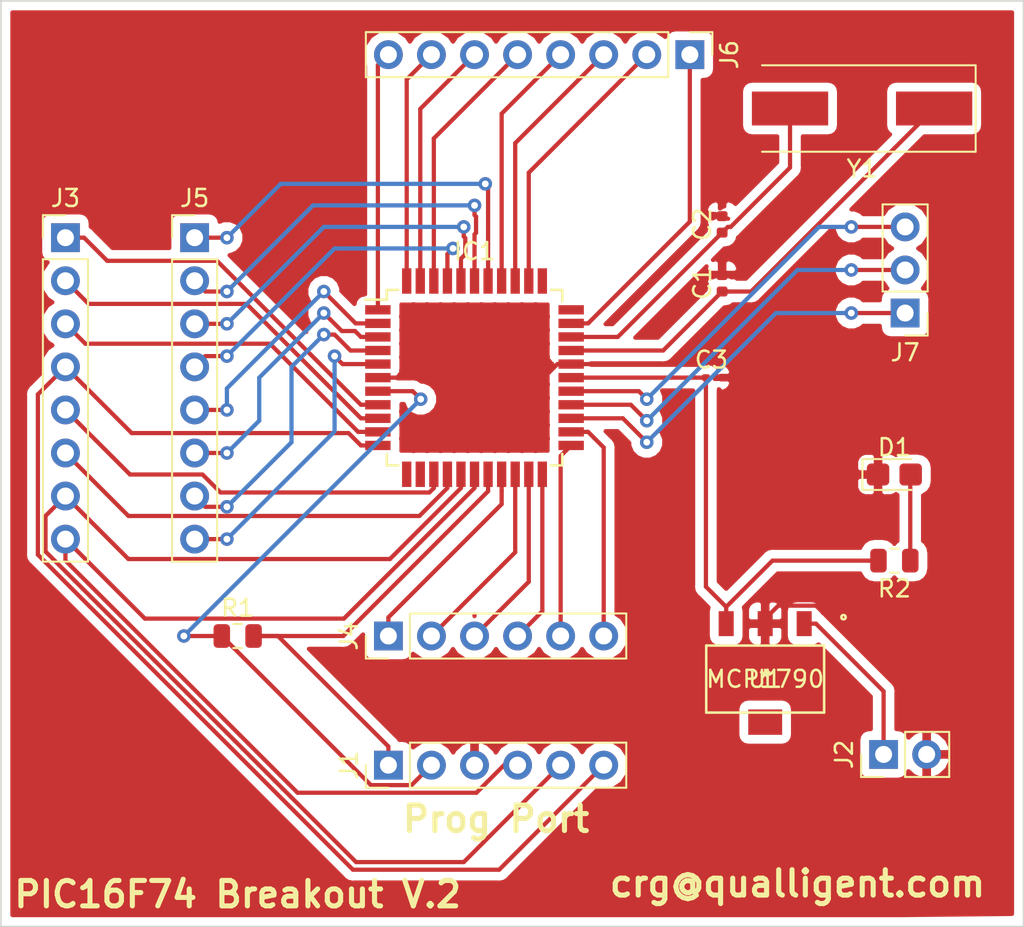
<source format=kicad_pcb>
(kicad_pcb (version 20171130) (host pcbnew "(5.0.0-3-g5ebb6b6)")

  (general
    (thickness 1.6)
    (drawings 9)
    (tracks 234)
    (zones 0)
    (modules 16)
    (nets 46)
  )

  (page A4)
  (layers
    (0 F.Cu signal)
    (31 B.Cu signal)
    (32 B.Adhes user)
    (33 F.Adhes user)
    (34 B.Paste user)
    (35 F.Paste user)
    (36 B.SilkS user)
    (37 F.SilkS user)
    (38 B.Mask user)
    (39 F.Mask user)
    (40 Dwgs.User user)
    (41 Cmts.User user)
    (42 Eco1.User user)
    (43 Eco2.User user)
    (44 Edge.Cuts user)
    (45 Margin user)
    (46 B.CrtYd user)
    (47 F.CrtYd user)
    (48 B.Fab user)
    (49 F.Fab user)
  )

  (setup
    (last_trace_width 0.25)
    (trace_clearance 0.2)
    (zone_clearance 0.508)
    (zone_45_only no)
    (trace_min 0.2)
    (segment_width 0.2)
    (edge_width 0.1)
    (via_size 0.8)
    (via_drill 0.4)
    (via_min_size 0.4)
    (via_min_drill 0.3)
    (uvia_size 0.3)
    (uvia_drill 0.1)
    (uvias_allowed no)
    (uvia_min_size 0.2)
    (uvia_min_drill 0.1)
    (pcb_text_width 0.3)
    (pcb_text_size 1.5 1.5)
    (mod_edge_width 0.15)
    (mod_text_size 1 1)
    (mod_text_width 0.15)
    (pad_size 1.5 1.5)
    (pad_drill 0.6)
    (pad_to_mask_clearance 0)
    (aux_axis_origin 0 0)
    (visible_elements FFFFFF7F)
    (pcbplotparams
      (layerselection 0x010fc_ffffffff)
      (usegerberextensions false)
      (usegerberattributes false)
      (usegerberadvancedattributes false)
      (creategerberjobfile false)
      (excludeedgelayer true)
      (linewidth 0.100000)
      (plotframeref false)
      (viasonmask false)
      (mode 1)
      (useauxorigin false)
      (hpglpennumber 1)
      (hpglpenspeed 20)
      (hpglpendiameter 15.000000)
      (psnegative false)
      (psa4output false)
      (plotreference true)
      (plotvalue true)
      (plotinvisibletext false)
      (padsonsilk false)
      (subtractmaskfromsilk false)
      (outputformat 1)
      (mirror false)
      (drillshape 0)
      (scaleselection 1)
      (outputdirectory ""))
  )

  (net 0 "")
  (net 1 "Net-(C1-Pad1)")
  (net 2 GND)
  (net 3 "Net-(C2-Pad1)")
  (net 4 "Net-(C3-Pad1)")
  (net 5 "Net-(IC1-Pad1)")
  (net 6 "Net-(IC1-Pad2)")
  (net 7 "Net-(IC1-Pad3)")
  (net 8 "Net-(IC1-Pad4)")
  (net 9 "Net-(IC1-Pad5)")
  (net 10 "Net-(IC1-Pad7)")
  (net 11 "Net-(IC1-Pad8)")
  (net 12 "Net-(IC1-Pad9)")
  (net 13 "Net-(IC1-Pad10)")
  (net 14 "Net-(IC1-Pad11)")
  (net 15 "Net-(IC1-Pad12)")
  (net 16 "Net-(IC1-Pad13)")
  (net 17 "Net-(IC1-Pad14)")
  (net 18 "Net-(IC1-Pad15)")
  (net 19 "Net-(IC1-Pad16)")
  (net 20 "Net-(IC1-Pad17)")
  (net 21 "Net-(IC1-Pad18)")
  (net 22 "Net-(IC1-Pad19)")
  (net 23 "Net-(IC1-Pad20)")
  (net 24 "Net-(IC1-Pad21)")
  (net 25 "Net-(IC1-Pad22)")
  (net 26 "Net-(IC1-Pad23)")
  (net 27 "Net-(IC1-Pad24)")
  (net 28 "Net-(IC1-Pad25)")
  (net 29 "Net-(IC1-Pad26)")
  (net 30 "Net-(IC1-Pad27)")
  (net 31 "Net-(IC1-Pad32)")
  (net 32 "Net-(IC1-Pad33)")
  (net 33 "Net-(IC1-Pad34)")
  (net 34 "Net-(IC1-Pad35)")
  (net 35 "Net-(IC1-Pad36)")
  (net 36 "Net-(IC1-Pad37)")
  (net 37 "Net-(IC1-Pad38)")
  (net 38 "Net-(IC1-Pad39)")
  (net 39 "Net-(IC1-Pad40)")
  (net 40 "Net-(IC1-Pad41)")
  (net 41 "Net-(IC1-Pad42)")
  (net 42 "Net-(IC1-Pad43)")
  (net 43 "Net-(IC1-Pad44)")
  (net 44 "Net-(J2-Pad1)")
  (net 45 "Net-(D1-Pad2)")

  (net_class Default "This is the default net class."
    (clearance 0.2)
    (trace_width 0.25)
    (via_dia 0.8)
    (via_drill 0.4)
    (uvia_dia 0.3)
    (uvia_drill 0.1)
    (add_net GND)
    (add_net "Net-(C1-Pad1)")
    (add_net "Net-(C2-Pad1)")
    (add_net "Net-(C3-Pad1)")
    (add_net "Net-(D1-Pad2)")
    (add_net "Net-(IC1-Pad1)")
    (add_net "Net-(IC1-Pad10)")
    (add_net "Net-(IC1-Pad11)")
    (add_net "Net-(IC1-Pad12)")
    (add_net "Net-(IC1-Pad13)")
    (add_net "Net-(IC1-Pad14)")
    (add_net "Net-(IC1-Pad15)")
    (add_net "Net-(IC1-Pad16)")
    (add_net "Net-(IC1-Pad17)")
    (add_net "Net-(IC1-Pad18)")
    (add_net "Net-(IC1-Pad19)")
    (add_net "Net-(IC1-Pad2)")
    (add_net "Net-(IC1-Pad20)")
    (add_net "Net-(IC1-Pad21)")
    (add_net "Net-(IC1-Pad22)")
    (add_net "Net-(IC1-Pad23)")
    (add_net "Net-(IC1-Pad24)")
    (add_net "Net-(IC1-Pad25)")
    (add_net "Net-(IC1-Pad26)")
    (add_net "Net-(IC1-Pad27)")
    (add_net "Net-(IC1-Pad3)")
    (add_net "Net-(IC1-Pad32)")
    (add_net "Net-(IC1-Pad33)")
    (add_net "Net-(IC1-Pad34)")
    (add_net "Net-(IC1-Pad35)")
    (add_net "Net-(IC1-Pad36)")
    (add_net "Net-(IC1-Pad37)")
    (add_net "Net-(IC1-Pad38)")
    (add_net "Net-(IC1-Pad39)")
    (add_net "Net-(IC1-Pad4)")
    (add_net "Net-(IC1-Pad40)")
    (add_net "Net-(IC1-Pad41)")
    (add_net "Net-(IC1-Pad42)")
    (add_net "Net-(IC1-Pad43)")
    (add_net "Net-(IC1-Pad44)")
    (add_net "Net-(IC1-Pad5)")
    (add_net "Net-(IC1-Pad7)")
    (add_net "Net-(IC1-Pad8)")
    (add_net "Net-(IC1-Pad9)")
    (add_net "Net-(J2-Pad1)")
  )

  (module MCP1790:mcp1790-3302e&slash_db (layer F.Cu) (tedit 60346AA4) (tstamp 603449F8)
    (at 158.115 111.125 180)
    (path /60344A1F)
    (fp_text reference U1 (at 0 0 180) (layer F.SilkS)
      (effects (font (size 1 1) (thickness 0.15)))
    )
    (fp_text value MCP1790 (at 0 0 180) (layer F.SilkS)
      (effects (font (size 1 1) (thickness 0.15)))
    )
    (fp_text user "Copyright 2016 Accelerated Designs. All rights reserved." (at 0 0 180) (layer Cmts.User)
      (effects (font (size 0.127 0.127) (thickness 0.002)))
    )
    (fp_text user * (at 0 0 180) (layer F.SilkS)
      (effects (font (size 1 1) (thickness 0.15)))
    )
    (fp_text user * (at 0 0 180) (layer F.Fab)
      (effects (font (size 1 1) (thickness 0.15)))
    )
    (fp_line (start -1.8809 1.85) (end -2.7191 1.85) (layer F.Fab) (width 0.1524))
    (fp_line (start -2.7191 1.85) (end -2.7191 3.65) (layer F.Fab) (width 0.1524))
    (fp_line (start -2.7191 3.65) (end -1.8809 3.65) (layer F.Fab) (width 0.1524))
    (fp_line (start -1.8809 3.65) (end -1.8809 1.85) (layer F.Fab) (width 0.1524))
    (fp_line (start 0.4191 1.85) (end -0.4191 1.85) (layer F.Fab) (width 0.1524))
    (fp_line (start -0.4191 1.85) (end -0.4191 3.65) (layer F.Fab) (width 0.1524))
    (fp_line (start -0.4191 3.65) (end 0.4191 3.65) (layer F.Fab) (width 0.1524))
    (fp_line (start 0.4191 3.65) (end 0.4191 1.85) (layer F.Fab) (width 0.1524))
    (fp_line (start 2.7191 1.85) (end 1.8809 1.85) (layer F.Fab) (width 0.1524))
    (fp_line (start 1.8809 1.85) (end 1.8809 3.65) (layer F.Fab) (width 0.1524))
    (fp_line (start 1.8809 3.65) (end 2.7191 3.65) (layer F.Fab) (width 0.1524))
    (fp_line (start 2.7191 3.65) (end 2.7191 1.85) (layer F.Fab) (width 0.1524))
    (fp_line (start -1.5494 -1.85) (end 1.5494 -1.85) (layer F.Fab) (width 0.1524))
    (fp_line (start 1.5494 -1.85) (end 1.5494 -3.65) (layer F.Fab) (width 0.1524))
    (fp_line (start 1.5494 -3.65) (end -1.5494 -3.65) (layer F.Fab) (width 0.1524))
    (fp_line (start -1.5494 -3.65) (end -1.5494 -1.85) (layer F.Fab) (width 0.1524))
    (fp_line (start -3.477001 1.977) (end 3.477001 1.977) (layer F.SilkS) (width 0.1524))
    (fp_line (start 3.477001 1.977) (end 3.477001 -1.977) (layer F.SilkS) (width 0.1524))
    (fp_line (start 3.477001 -1.977) (end -3.477001 -1.977) (layer F.SilkS) (width 0.1524))
    (fp_line (start -3.477001 -1.977) (end -3.477001 1.977) (layer F.SilkS) (width 0.1524))
    (fp_line (start -3.350001 1.85) (end 3.350001 1.85) (layer F.Fab) (width 0.1524))
    (fp_line (start 3.350001 1.85) (end 3.350001 -1.85) (layer F.Fab) (width 0.1524))
    (fp_line (start 3.350001 -1.85) (end -3.350001 -1.85) (layer F.Fab) (width 0.1524))
    (fp_line (start -3.350001 -1.85) (end -3.350001 1.85) (layer F.Fab) (width 0.1524))
    (fp_line (start -3.604 -2.104) (end -1.8034 -2.104) (layer F.CrtYd) (width 0.1524))
    (fp_line (start -1.8034 -2.104) (end -1.8034 -4.2596) (layer F.CrtYd) (width 0.1524))
    (fp_line (start -1.8034 -4.2596) (end 1.8034 -4.2596) (layer F.CrtYd) (width 0.1524))
    (fp_line (start 1.8034 -4.2596) (end 1.8034 -2.104) (layer F.CrtYd) (width 0.1524))
    (fp_line (start 1.8034 -2.104) (end 3.604 -2.104) (layer F.CrtYd) (width 0.1524))
    (fp_line (start 3.604 -2.104) (end 3.604 2.104) (layer F.CrtYd) (width 0.1524))
    (fp_line (start 3.604 2.104) (end 2.9731 2.104) (layer F.CrtYd) (width 0.1524))
    (fp_line (start 2.9731 2.104) (end 2.9731 4.2596) (layer F.CrtYd) (width 0.1524))
    (fp_line (start 2.9731 4.2596) (end -2.9731 4.2596) (layer F.CrtYd) (width 0.1524))
    (fp_line (start -2.9731 4.2596) (end -2.9731 2.104) (layer F.CrtYd) (width 0.1524))
    (fp_line (start -2.9731 2.104) (end -3.604 2.104) (layer F.CrtYd) (width 0.1524))
    (fp_line (start -3.604 2.104) (end -3.604 -2.104) (layer F.CrtYd) (width 0.1524))
    (fp_circle (center -3.096 1.596) (end -2.969 1.596) (layer F.Fab) (width 0.1524))
    (fp_circle (center -4.62 3.65) (end -4.493 3.65) (layer F.SilkS) (width 0.1524))
    (pad 1 smd rect (at -2.3 3.269 180) (size 0.889 1.4732) (layers F.Cu F.Paste F.Mask)
      (net 44 "Net-(J2-Pad1)"))
    (pad 2 smd rect (at 0 3.269 180) (size 0.889 1.4732) (layers F.Cu F.Paste F.Mask)
      (net 2 GND))
    (pad 3 smd rect (at 2.3 3.269 180) (size 0.889 1.4732) (layers F.Cu F.Paste F.Mask)
      (net 4 "Net-(C3-Pad1)"))
    (pad 4 smd rect (at 0 -2.54 270) (size 1.5 2) (layers F.Cu F.Paste F.Mask))
    (model ${KIPRJMOD}/libs/footprints.pretty/SOT-223_3MC_MCH.step
      (at (xyz 0 0 0))
      (scale (xyz 1 1 1))
      (rotate (xyz 0 0 0))
    )
  )

  (module Capacitor_SMD:C_0402_1005Metric (layer F.Cu) (tedit 5B301BBE) (tstamp 603F5EAC)
    (at 155.575 87.78 90)
    (descr "Capacitor SMD 0402 (1005 Metric), square (rectangular) end terminal, IPC_7351 nominal, (Body size source: http://www.tortai-tech.com/upload/download/2011102023233369053.pdf), generated with kicad-footprint-generator")
    (tags capacitor)
    (path /5F110465)
    (attr smd)
    (fp_text reference C1 (at 0 -1.17 90) (layer F.SilkS)
      (effects (font (size 1 1) (thickness 0.15)))
    )
    (fp_text value 15pf (at 0 1.17 90) (layer F.Fab)
      (effects (font (size 1 1) (thickness 0.15)))
    )
    (fp_line (start -0.5 0.25) (end -0.5 -0.25) (layer F.Fab) (width 0.1))
    (fp_line (start -0.5 -0.25) (end 0.5 -0.25) (layer F.Fab) (width 0.1))
    (fp_line (start 0.5 -0.25) (end 0.5 0.25) (layer F.Fab) (width 0.1))
    (fp_line (start 0.5 0.25) (end -0.5 0.25) (layer F.Fab) (width 0.1))
    (fp_line (start -0.93 0.47) (end -0.93 -0.47) (layer F.CrtYd) (width 0.05))
    (fp_line (start -0.93 -0.47) (end 0.93 -0.47) (layer F.CrtYd) (width 0.05))
    (fp_line (start 0.93 -0.47) (end 0.93 0.47) (layer F.CrtYd) (width 0.05))
    (fp_line (start 0.93 0.47) (end -0.93 0.47) (layer F.CrtYd) (width 0.05))
    (fp_text user %R (at 0 0 90) (layer F.Fab)
      (effects (font (size 0.25 0.25) (thickness 0.04)))
    )
    (pad 1 smd roundrect (at -0.485 0 90) (size 0.59 0.64) (layers F.Cu F.Paste F.Mask) (roundrect_rratio 0.25)
      (net 1 "Net-(C1-Pad1)"))
    (pad 2 smd roundrect (at 0.485 0 90) (size 0.59 0.64) (layers F.Cu F.Paste F.Mask) (roundrect_rratio 0.25)
      (net 2 GND))
    (model ${KISYS3DMOD}/Capacitor_SMD.3dshapes/C_0402_1005Metric.wrl
      (at (xyz 0 0 0))
      (scale (xyz 1 1 1))
      (rotate (xyz 0 0 0))
    )
  )

  (module Capacitor_SMD:C_0402_1005Metric (layer F.Cu) (tedit 5B301BBE) (tstamp 603F5EBB)
    (at 155.575 84.305 90)
    (descr "Capacitor SMD 0402 (1005 Metric), square (rectangular) end terminal, IPC_7351 nominal, (Body size source: http://www.tortai-tech.com/upload/download/2011102023233369053.pdf), generated with kicad-footprint-generator")
    (tags capacitor)
    (path /5F1104DE)
    (attr smd)
    (fp_text reference C2 (at 0 -1.17 90) (layer F.SilkS)
      (effects (font (size 1 1) (thickness 0.15)))
    )
    (fp_text value 15pf (at 0 1.17 90) (layer F.Fab)
      (effects (font (size 1 1) (thickness 0.15)))
    )
    (fp_text user %R (at 0 0 90) (layer F.Fab)
      (effects (font (size 0.25 0.25) (thickness 0.04)))
    )
    (fp_line (start 0.93 0.47) (end -0.93 0.47) (layer F.CrtYd) (width 0.05))
    (fp_line (start 0.93 -0.47) (end 0.93 0.47) (layer F.CrtYd) (width 0.05))
    (fp_line (start -0.93 -0.47) (end 0.93 -0.47) (layer F.CrtYd) (width 0.05))
    (fp_line (start -0.93 0.47) (end -0.93 -0.47) (layer F.CrtYd) (width 0.05))
    (fp_line (start 0.5 0.25) (end -0.5 0.25) (layer F.Fab) (width 0.1))
    (fp_line (start 0.5 -0.25) (end 0.5 0.25) (layer F.Fab) (width 0.1))
    (fp_line (start -0.5 -0.25) (end 0.5 -0.25) (layer F.Fab) (width 0.1))
    (fp_line (start -0.5 0.25) (end -0.5 -0.25) (layer F.Fab) (width 0.1))
    (pad 2 smd roundrect (at 0.485 0 90) (size 0.59 0.64) (layers F.Cu F.Paste F.Mask) (roundrect_rratio 0.25)
      (net 2 GND))
    (pad 1 smd roundrect (at -0.485 0 90) (size 0.59 0.64) (layers F.Cu F.Paste F.Mask) (roundrect_rratio 0.25)
      (net 3 "Net-(C2-Pad1)"))
    (model ${KISYS3DMOD}/Capacitor_SMD.3dshapes/C_0402_1005Metric.wrl
      (at (xyz 0 0 0))
      (scale (xyz 1 1 1))
      (rotate (xyz 0 0 0))
    )
  )

  (module Capacitor_SMD:C_0201_0603Metric (layer F.Cu) (tedit 5B301BBE) (tstamp 603F5ECC)
    (at 154.94 93.345)
    (descr "Capacitor SMD 0201 (0603 Metric), square (rectangular) end terminal, IPC_7351 nominal, (Body size source: https://www.vishay.com/docs/20052/crcw0201e3.pdf), generated with kicad-footprint-generator")
    (tags capacitor)
    (path /5F11BC44)
    (attr smd)
    (fp_text reference C3 (at 0 -1.05) (layer F.SilkS)
      (effects (font (size 1 1) (thickness 0.15)))
    )
    (fp_text value 0.1uf (at 0 1.05) (layer F.Fab)
      (effects (font (size 1 1) (thickness 0.15)))
    )
    (fp_line (start -0.3 0.15) (end -0.3 -0.15) (layer F.Fab) (width 0.1))
    (fp_line (start -0.3 -0.15) (end 0.3 -0.15) (layer F.Fab) (width 0.1))
    (fp_line (start 0.3 -0.15) (end 0.3 0.15) (layer F.Fab) (width 0.1))
    (fp_line (start 0.3 0.15) (end -0.3 0.15) (layer F.Fab) (width 0.1))
    (fp_line (start -0.7 0.35) (end -0.7 -0.35) (layer F.CrtYd) (width 0.05))
    (fp_line (start -0.7 -0.35) (end 0.7 -0.35) (layer F.CrtYd) (width 0.05))
    (fp_line (start 0.7 -0.35) (end 0.7 0.35) (layer F.CrtYd) (width 0.05))
    (fp_line (start 0.7 0.35) (end -0.7 0.35) (layer F.CrtYd) (width 0.05))
    (fp_text user %R (at 0 -0.68) (layer F.Fab)
      (effects (font (size 0.25 0.25) (thickness 0.04)))
    )
    (pad "" smd roundrect (at -0.345 0) (size 0.318 0.36) (layers F.Paste) (roundrect_rratio 0.25))
    (pad "" smd roundrect (at 0.345 0) (size 0.318 0.36) (layers F.Paste) (roundrect_rratio 0.25))
    (pad 1 smd roundrect (at -0.32 0) (size 0.46 0.4) (layers F.Cu F.Mask) (roundrect_rratio 0.25)
      (net 4 "Net-(C3-Pad1)"))
    (pad 2 smd roundrect (at 0.32 0) (size 0.46 0.4) (layers F.Cu F.Mask) (roundrect_rratio 0.25)
      (net 2 GND))
    (model ${KISYS3DMOD}/Capacitor_SMD.3dshapes/C_0201_0603Metric.wrl
      (at (xyz 0 0 0))
      (scale (xyz 1 1 1))
      (rotate (xyz 0 0 0))
    )
  )

  (module LED_SMD:LED_0805_2012Metric_Castellated (layer F.Cu) (tedit 5B36C52C) (tstamp 603F5EDF)
    (at 165.735 99.06)
    (descr "LED SMD 0805 (2012 Metric), castellated end terminal, IPC_7351 nominal, (Body size source: https://docs.google.com/spreadsheets/d/1BsfQQcO9C6DZCsRaXUlFlo91Tg2WpOkGARC1WS5S8t0/edit?usp=sharing), generated with kicad-footprint-generator")
    (tags "LED castellated")
    (path /5FC3C043)
    (attr smd)
    (fp_text reference D1 (at 0 -1.6) (layer F.SilkS)
      (effects (font (size 1 1) (thickness 0.15)))
    )
    (fp_text value LED (at 0 1.6) (layer F.Fab)
      (effects (font (size 1 1) (thickness 0.15)))
    )
    (fp_line (start 1 -0.6) (end -0.7 -0.6) (layer F.Fab) (width 0.1))
    (fp_line (start -0.7 -0.6) (end -1 -0.3) (layer F.Fab) (width 0.1))
    (fp_line (start -1 -0.3) (end -1 0.6) (layer F.Fab) (width 0.1))
    (fp_line (start -1 0.6) (end 1 0.6) (layer F.Fab) (width 0.1))
    (fp_line (start 1 0.6) (end 1 -0.6) (layer F.Fab) (width 0.1))
    (fp_line (start 1 -0.91) (end -1.885 -0.91) (layer F.SilkS) (width 0.12))
    (fp_line (start -1.885 -0.91) (end -1.885 0.91) (layer F.SilkS) (width 0.12))
    (fp_line (start -1.885 0.91) (end 1 0.91) (layer F.SilkS) (width 0.12))
    (fp_line (start -1.88 0.9) (end -1.88 -0.9) (layer F.CrtYd) (width 0.05))
    (fp_line (start -1.88 -0.9) (end 1.88 -0.9) (layer F.CrtYd) (width 0.05))
    (fp_line (start 1.88 -0.9) (end 1.88 0.9) (layer F.CrtYd) (width 0.05))
    (fp_line (start 1.88 0.9) (end -1.88 0.9) (layer F.CrtYd) (width 0.05))
    (fp_text user %R (at 0 0) (layer F.Fab)
      (effects (font (size 0.5 0.5) (thickness 0.08)))
    )
    (pad 1 smd roundrect (at -0.9625 0) (size 1.325 1.3) (layers F.Cu F.Paste F.Mask) (roundrect_rratio 0.192308)
      (net 2 GND))
    (pad 2 smd roundrect (at 0.9625 0) (size 1.325 1.3) (layers F.Cu F.Paste F.Mask) (roundrect_rratio 0.192308)
      (net 45 "Net-(D1-Pad2)"))
    (model ${KISYS3DMOD}/LED_SMD.3dshapes/LED_0805_2012Metric_Castellated.wrl
      (at (xyz 0 0 0))
      (scale (xyz 1 1 1))
      (rotate (xyz 0 0 0))
    )
  )

  (module Package_QFP:TQFP-44_10x10mm_P0.8mm (layer F.Cu) (tedit 5A02F146) (tstamp 603F5F22)
    (at 140.97 93.345)
    (descr "44-Lead Plastic Thin Quad Flatpack (PT) - 10x10x1.0 mm Body [TQFP] (see Microchip Packaging Specification 00000049BS.pdf)")
    (tags "QFP 0.8")
    (path /5F118F7B)
    (attr smd)
    (fp_text reference IC1 (at 0 -7.45) (layer F.SilkS)
      (effects (font (size 1 1) (thickness 0.15)))
    )
    (fp_text value PIC16F74-I_PT (at 0 7.45) (layer F.Fab)
      (effects (font (size 1 1) (thickness 0.15)))
    )
    (fp_text user %R (at 0 0) (layer F.Fab)
      (effects (font (size 1 1) (thickness 0.15)))
    )
    (fp_line (start -4 -5) (end 5 -5) (layer F.Fab) (width 0.15))
    (fp_line (start 5 -5) (end 5 5) (layer F.Fab) (width 0.15))
    (fp_line (start 5 5) (end -5 5) (layer F.Fab) (width 0.15))
    (fp_line (start -5 5) (end -5 -4) (layer F.Fab) (width 0.15))
    (fp_line (start -5 -4) (end -4 -5) (layer F.Fab) (width 0.15))
    (fp_line (start -6.7 -6.7) (end -6.7 6.7) (layer F.CrtYd) (width 0.05))
    (fp_line (start 6.7 -6.7) (end 6.7 6.7) (layer F.CrtYd) (width 0.05))
    (fp_line (start -6.7 -6.7) (end 6.7 -6.7) (layer F.CrtYd) (width 0.05))
    (fp_line (start -6.7 6.7) (end 6.7 6.7) (layer F.CrtYd) (width 0.05))
    (fp_line (start -5.175 -5.175) (end -5.175 -4.6) (layer F.SilkS) (width 0.15))
    (fp_line (start 5.175 -5.175) (end 5.175 -4.5) (layer F.SilkS) (width 0.15))
    (fp_line (start 5.175 5.175) (end 5.175 4.5) (layer F.SilkS) (width 0.15))
    (fp_line (start -5.175 5.175) (end -5.175 4.5) (layer F.SilkS) (width 0.15))
    (fp_line (start -5.175 -5.175) (end -4.5 -5.175) (layer F.SilkS) (width 0.15))
    (fp_line (start -5.175 5.175) (end -4.5 5.175) (layer F.SilkS) (width 0.15))
    (fp_line (start 5.175 5.175) (end 4.5 5.175) (layer F.SilkS) (width 0.15))
    (fp_line (start 5.175 -5.175) (end 4.5 -5.175) (layer F.SilkS) (width 0.15))
    (fp_line (start -5.175 -4.6) (end -6.45 -4.6) (layer F.SilkS) (width 0.15))
    (pad 1 smd rect (at -5.7 -4) (size 1.5 0.55) (layers F.Cu F.Paste F.Mask)
      (net 5 "Net-(IC1-Pad1)"))
    (pad 2 smd rect (at -5.7 -3.2) (size 1.5 0.55) (layers F.Cu F.Paste F.Mask)
      (net 6 "Net-(IC1-Pad2)"))
    (pad 3 smd rect (at -5.7 -2.4) (size 1.5 0.55) (layers F.Cu F.Paste F.Mask)
      (net 7 "Net-(IC1-Pad3)"))
    (pad 4 smd rect (at -5.7 -1.6) (size 1.5 0.55) (layers F.Cu F.Paste F.Mask)
      (net 8 "Net-(IC1-Pad4)"))
    (pad 5 smd rect (at -5.7 -0.8) (size 1.5 0.55) (layers F.Cu F.Paste F.Mask)
      (net 9 "Net-(IC1-Pad5)"))
    (pad 6 smd rect (at -5.7 0) (size 1.5 0.55) (layers F.Cu F.Paste F.Mask)
      (net 2 GND))
    (pad 7 smd rect (at -5.7 0.8) (size 1.5 0.55) (layers F.Cu F.Paste F.Mask)
      (net 10 "Net-(IC1-Pad7)"))
    (pad 8 smd rect (at -5.7 1.6) (size 1.5 0.55) (layers F.Cu F.Paste F.Mask)
      (net 11 "Net-(IC1-Pad8)"))
    (pad 9 smd rect (at -5.7 2.4) (size 1.5 0.55) (layers F.Cu F.Paste F.Mask)
      (net 12 "Net-(IC1-Pad9)"))
    (pad 10 smd rect (at -5.7 3.2) (size 1.5 0.55) (layers F.Cu F.Paste F.Mask)
      (net 13 "Net-(IC1-Pad10)"))
    (pad 11 smd rect (at -5.7 4) (size 1.5 0.55) (layers F.Cu F.Paste F.Mask)
      (net 14 "Net-(IC1-Pad11)"))
    (pad 12 smd rect (at -4 5.7 90) (size 1.5 0.55) (layers F.Cu F.Paste F.Mask)
      (net 15 "Net-(IC1-Pad12)"))
    (pad 13 smd rect (at -3.2 5.7 90) (size 1.5 0.55) (layers F.Cu F.Paste F.Mask)
      (net 16 "Net-(IC1-Pad13)"))
    (pad 14 smd rect (at -2.4 5.7 90) (size 1.5 0.55) (layers F.Cu F.Paste F.Mask)
      (net 17 "Net-(IC1-Pad14)"))
    (pad 15 smd rect (at -1.6 5.7 90) (size 1.5 0.55) (layers F.Cu F.Paste F.Mask)
      (net 18 "Net-(IC1-Pad15)"))
    (pad 16 smd rect (at -0.8 5.7 90) (size 1.5 0.55) (layers F.Cu F.Paste F.Mask)
      (net 19 "Net-(IC1-Pad16)"))
    (pad 17 smd rect (at 0 5.7 90) (size 1.5 0.55) (layers F.Cu F.Paste F.Mask)
      (net 20 "Net-(IC1-Pad17)"))
    (pad 18 smd rect (at 0.8 5.7 90) (size 1.5 0.55) (layers F.Cu F.Paste F.Mask)
      (net 21 "Net-(IC1-Pad18)"))
    (pad 19 smd rect (at 1.6 5.7 90) (size 1.5 0.55) (layers F.Cu F.Paste F.Mask)
      (net 22 "Net-(IC1-Pad19)"))
    (pad 20 smd rect (at 2.4 5.7 90) (size 1.5 0.55) (layers F.Cu F.Paste F.Mask)
      (net 23 "Net-(IC1-Pad20)"))
    (pad 21 smd rect (at 3.2 5.7 90) (size 1.5 0.55) (layers F.Cu F.Paste F.Mask)
      (net 24 "Net-(IC1-Pad21)"))
    (pad 22 smd rect (at 4 5.7 90) (size 1.5 0.55) (layers F.Cu F.Paste F.Mask)
      (net 25 "Net-(IC1-Pad22)"))
    (pad 23 smd rect (at 5.7 4) (size 1.5 0.55) (layers F.Cu F.Paste F.Mask)
      (net 26 "Net-(IC1-Pad23)"))
    (pad 24 smd rect (at 5.7 3.2) (size 1.5 0.55) (layers F.Cu F.Paste F.Mask)
      (net 27 "Net-(IC1-Pad24)"))
    (pad 25 smd rect (at 5.7 2.4) (size 1.5 0.55) (layers F.Cu F.Paste F.Mask)
      (net 28 "Net-(IC1-Pad25)"))
    (pad 26 smd rect (at 5.7 1.6) (size 1.5 0.55) (layers F.Cu F.Paste F.Mask)
      (net 29 "Net-(IC1-Pad26)"))
    (pad 27 smd rect (at 5.7 0.8) (size 1.5 0.55) (layers F.Cu F.Paste F.Mask)
      (net 30 "Net-(IC1-Pad27)"))
    (pad 28 smd rect (at 5.7 0) (size 1.5 0.55) (layers F.Cu F.Paste F.Mask)
      (net 4 "Net-(C3-Pad1)"))
    (pad 29 smd rect (at 5.7 -0.8) (size 1.5 0.55) (layers F.Cu F.Paste F.Mask)
      (net 2 GND))
    (pad 30 smd rect (at 5.7 -1.6) (size 1.5 0.55) (layers F.Cu F.Paste F.Mask)
      (net 1 "Net-(C1-Pad1)"))
    (pad 31 smd rect (at 5.7 -2.4) (size 1.5 0.55) (layers F.Cu F.Paste F.Mask)
      (net 3 "Net-(C2-Pad1)"))
    (pad 32 smd rect (at 5.7 -3.2) (size 1.5 0.55) (layers F.Cu F.Paste F.Mask)
      (net 31 "Net-(IC1-Pad32)"))
    (pad 33 smd rect (at 5.7 -4) (size 1.5 0.55) (layers F.Cu F.Paste F.Mask)
      (net 32 "Net-(IC1-Pad33)"))
    (pad 34 smd rect (at 4 -5.7 90) (size 1.5 0.55) (layers F.Cu F.Paste F.Mask)
      (net 33 "Net-(IC1-Pad34)"))
    (pad 35 smd rect (at 3.2 -5.7 90) (size 1.5 0.55) (layers F.Cu F.Paste F.Mask)
      (net 34 "Net-(IC1-Pad35)"))
    (pad 36 smd rect (at 2.4 -5.7 90) (size 1.5 0.55) (layers F.Cu F.Paste F.Mask)
      (net 35 "Net-(IC1-Pad36)"))
    (pad 37 smd rect (at 1.6 -5.7 90) (size 1.5 0.55) (layers F.Cu F.Paste F.Mask)
      (net 36 "Net-(IC1-Pad37)"))
    (pad 38 smd rect (at 0.8 -5.7 90) (size 1.5 0.55) (layers F.Cu F.Paste F.Mask)
      (net 37 "Net-(IC1-Pad38)"))
    (pad 39 smd rect (at 0 -5.7 90) (size 1.5 0.55) (layers F.Cu F.Paste F.Mask)
      (net 38 "Net-(IC1-Pad39)"))
    (pad 40 smd rect (at -0.8 -5.7 90) (size 1.5 0.55) (layers F.Cu F.Paste F.Mask)
      (net 39 "Net-(IC1-Pad40)"))
    (pad 41 smd rect (at -1.6 -5.7 90) (size 1.5 0.55) (layers F.Cu F.Paste F.Mask)
      (net 40 "Net-(IC1-Pad41)"))
    (pad 42 smd rect (at -2.4 -5.7 90) (size 1.5 0.55) (layers F.Cu F.Paste F.Mask)
      (net 41 "Net-(IC1-Pad42)"))
    (pad 43 smd rect (at -3.2 -5.7 90) (size 1.5 0.55) (layers F.Cu F.Paste F.Mask)
      (net 42 "Net-(IC1-Pad43)"))
    (pad 44 smd rect (at -4 -5.7 90) (size 1.5 0.55) (layers F.Cu F.Paste F.Mask)
      (net 43 "Net-(IC1-Pad44)"))
    (model ${KISYS3DMOD}/Package_QFP.3dshapes/TQFP-44_10x10mm_P0.8mm.wrl
      (at (xyz 0 0 0))
      (scale (xyz 1 1 1))
      (rotate (xyz 0 0 0))
    )
  )

  (module Connector_PinHeader_2.54mm:PinHeader_1x06_P2.54mm_Vertical (layer F.Cu) (tedit 59FED5CC) (tstamp 603F5F3C)
    (at 135.89 116.205 90)
    (descr "Through hole straight pin header, 1x06, 2.54mm pitch, single row")
    (tags "Through hole pin header THT 1x06 2.54mm single row")
    (path /5F11DAD1)
    (fp_text reference J1 (at 0 -2.33 90) (layer F.SilkS)
      (effects (font (size 1 1) (thickness 0.15)))
    )
    (fp_text value Prog_Port (at 0 15.03 90) (layer F.Fab)
      (effects (font (size 1 1) (thickness 0.15)))
    )
    (fp_line (start -0.635 -1.27) (end 1.27 -1.27) (layer F.Fab) (width 0.1))
    (fp_line (start 1.27 -1.27) (end 1.27 13.97) (layer F.Fab) (width 0.1))
    (fp_line (start 1.27 13.97) (end -1.27 13.97) (layer F.Fab) (width 0.1))
    (fp_line (start -1.27 13.97) (end -1.27 -0.635) (layer F.Fab) (width 0.1))
    (fp_line (start -1.27 -0.635) (end -0.635 -1.27) (layer F.Fab) (width 0.1))
    (fp_line (start -1.33 14.03) (end 1.33 14.03) (layer F.SilkS) (width 0.12))
    (fp_line (start -1.33 1.27) (end -1.33 14.03) (layer F.SilkS) (width 0.12))
    (fp_line (start 1.33 1.27) (end 1.33 14.03) (layer F.SilkS) (width 0.12))
    (fp_line (start -1.33 1.27) (end 1.33 1.27) (layer F.SilkS) (width 0.12))
    (fp_line (start -1.33 0) (end -1.33 -1.33) (layer F.SilkS) (width 0.12))
    (fp_line (start -1.33 -1.33) (end 0 -1.33) (layer F.SilkS) (width 0.12))
    (fp_line (start -1.8 -1.8) (end -1.8 14.5) (layer F.CrtYd) (width 0.05))
    (fp_line (start -1.8 14.5) (end 1.8 14.5) (layer F.CrtYd) (width 0.05))
    (fp_line (start 1.8 14.5) (end 1.8 -1.8) (layer F.CrtYd) (width 0.05))
    (fp_line (start 1.8 -1.8) (end -1.8 -1.8) (layer F.CrtYd) (width 0.05))
    (fp_text user %R (at 0 6.35 -180) (layer F.Fab)
      (effects (font (size 1 1) (thickness 0.15)))
    )
    (pad 1 thru_hole rect (at 0 0 90) (size 1.7 1.7) (drill 1) (layers *.Cu *.Mask)
      (net 21 "Net-(IC1-Pad18)"))
    (pad 2 thru_hole oval (at 0 2.54 90) (size 1.7 1.7) (drill 1) (layers *.Cu *.Mask)
      (net 10 "Net-(IC1-Pad7)"))
    (pad 3 thru_hole oval (at 0 5.08 90) (size 1.7 1.7) (drill 1) (layers *.Cu *.Mask)
      (net 2 GND))
    (pad 4 thru_hole oval (at 0 7.62 90) (size 1.7 1.7) (drill 1) (layers *.Cu *.Mask)
      (net 20 "Net-(IC1-Pad17)"))
    (pad 5 thru_hole oval (at 0 10.16 90) (size 1.7 1.7) (drill 1) (layers *.Cu *.Mask)
      (net 19 "Net-(IC1-Pad16)"))
    (pad 6 thru_hole oval (at 0 12.7 90) (size 1.7 1.7) (drill 1) (layers *.Cu *.Mask)
      (net 14 "Net-(IC1-Pad11)"))
    (model ${KISYS3DMOD}/Connector_PinHeader_2.54mm.3dshapes/PinHeader_1x06_P2.54mm_Vertical.wrl
      (at (xyz 0 0 0))
      (scale (xyz 1 1 1))
      (rotate (xyz 0 0 0))
    )
  )

  (module Connector_PinHeader_2.54mm:PinHeader_1x02_P2.54mm_Vertical (layer F.Cu) (tedit 59FED5CC) (tstamp 603F5F52)
    (at 165.1 115.57 90)
    (descr "Through hole straight pin header, 1x02, 2.54mm pitch, single row")
    (tags "Through hole pin header THT 1x02 2.54mm single row")
    (path /5F11BAF8)
    (fp_text reference J2 (at 0 -2.33 90) (layer F.SilkS)
      (effects (font (size 1 1) (thickness 0.15)))
    )
    (fp_text value Power (at 0 4.87 90) (layer F.Fab)
      (effects (font (size 1 1) (thickness 0.15)))
    )
    (fp_line (start -0.635 -1.27) (end 1.27 -1.27) (layer F.Fab) (width 0.1))
    (fp_line (start 1.27 -1.27) (end 1.27 3.81) (layer F.Fab) (width 0.1))
    (fp_line (start 1.27 3.81) (end -1.27 3.81) (layer F.Fab) (width 0.1))
    (fp_line (start -1.27 3.81) (end -1.27 -0.635) (layer F.Fab) (width 0.1))
    (fp_line (start -1.27 -0.635) (end -0.635 -1.27) (layer F.Fab) (width 0.1))
    (fp_line (start -1.33 3.87) (end 1.33 3.87) (layer F.SilkS) (width 0.12))
    (fp_line (start -1.33 1.27) (end -1.33 3.87) (layer F.SilkS) (width 0.12))
    (fp_line (start 1.33 1.27) (end 1.33 3.87) (layer F.SilkS) (width 0.12))
    (fp_line (start -1.33 1.27) (end 1.33 1.27) (layer F.SilkS) (width 0.12))
    (fp_line (start -1.33 0) (end -1.33 -1.33) (layer F.SilkS) (width 0.12))
    (fp_line (start -1.33 -1.33) (end 0 -1.33) (layer F.SilkS) (width 0.12))
    (fp_line (start -1.8 -1.8) (end -1.8 4.35) (layer F.CrtYd) (width 0.05))
    (fp_line (start -1.8 4.35) (end 1.8 4.35) (layer F.CrtYd) (width 0.05))
    (fp_line (start 1.8 4.35) (end 1.8 -1.8) (layer F.CrtYd) (width 0.05))
    (fp_line (start 1.8 -1.8) (end -1.8 -1.8) (layer F.CrtYd) (width 0.05))
    (fp_text user %R (at 0 1.27 180) (layer F.Fab)
      (effects (font (size 1 1) (thickness 0.15)))
    )
    (pad 1 thru_hole rect (at 0 0 90) (size 1.7 1.7) (drill 1) (layers *.Cu *.Mask)
      (net 44 "Net-(J2-Pad1)"))
    (pad 2 thru_hole oval (at 0 2.54 90) (size 1.7 1.7) (drill 1) (layers *.Cu *.Mask)
      (net 2 GND))
    (model ${KISYS3DMOD}/Connector_PinHeader_2.54mm.3dshapes/PinHeader_1x02_P2.54mm_Vertical.wrl
      (at (xyz 0 0 0))
      (scale (xyz 1 1 1))
      (rotate (xyz 0 0 0))
    )
  )

  (module Connector_PinHeader_2.54mm:PinHeader_1x08_P2.54mm_Vertical (layer F.Cu) (tedit 59FED5CC) (tstamp 603F5F6E)
    (at 116.84 85.09)
    (descr "Through hole straight pin header, 1x08, 2.54mm pitch, single row")
    (tags "Through hole pin header THT 1x08 2.54mm single row")
    (path /5F12997B)
    (fp_text reference J3 (at 0 -2.33) (layer F.SilkS)
      (effects (font (size 1 1) (thickness 0.15)))
    )
    (fp_text value PortB (at 0 20.11) (layer F.Fab)
      (effects (font (size 1 1) (thickness 0.15)))
    )
    (fp_line (start -0.635 -1.27) (end 1.27 -1.27) (layer F.Fab) (width 0.1))
    (fp_line (start 1.27 -1.27) (end 1.27 19.05) (layer F.Fab) (width 0.1))
    (fp_line (start 1.27 19.05) (end -1.27 19.05) (layer F.Fab) (width 0.1))
    (fp_line (start -1.27 19.05) (end -1.27 -0.635) (layer F.Fab) (width 0.1))
    (fp_line (start -1.27 -0.635) (end -0.635 -1.27) (layer F.Fab) (width 0.1))
    (fp_line (start -1.33 19.11) (end 1.33 19.11) (layer F.SilkS) (width 0.12))
    (fp_line (start -1.33 1.27) (end -1.33 19.11) (layer F.SilkS) (width 0.12))
    (fp_line (start 1.33 1.27) (end 1.33 19.11) (layer F.SilkS) (width 0.12))
    (fp_line (start -1.33 1.27) (end 1.33 1.27) (layer F.SilkS) (width 0.12))
    (fp_line (start -1.33 0) (end -1.33 -1.33) (layer F.SilkS) (width 0.12))
    (fp_line (start -1.33 -1.33) (end 0 -1.33) (layer F.SilkS) (width 0.12))
    (fp_line (start -1.8 -1.8) (end -1.8 19.55) (layer F.CrtYd) (width 0.05))
    (fp_line (start -1.8 19.55) (end 1.8 19.55) (layer F.CrtYd) (width 0.05))
    (fp_line (start 1.8 19.55) (end 1.8 -1.8) (layer F.CrtYd) (width 0.05))
    (fp_line (start 1.8 -1.8) (end -1.8 -1.8) (layer F.CrtYd) (width 0.05))
    (fp_text user %R (at 0 8.89 90) (layer F.Fab)
      (effects (font (size 1 1) (thickness 0.15)))
    )
    (pad 1 thru_hole rect (at 0 0) (size 1.7 1.7) (drill 1) (layers *.Cu *.Mask)
      (net 11 "Net-(IC1-Pad8)"))
    (pad 2 thru_hole oval (at 0 2.54) (size 1.7 1.7) (drill 1) (layers *.Cu *.Mask)
      (net 12 "Net-(IC1-Pad9)"))
    (pad 3 thru_hole oval (at 0 5.08) (size 1.7 1.7) (drill 1) (layers *.Cu *.Mask)
      (net 13 "Net-(IC1-Pad10)"))
    (pad 4 thru_hole oval (at 0 7.62) (size 1.7 1.7) (drill 1) (layers *.Cu *.Mask)
      (net 14 "Net-(IC1-Pad11)"))
    (pad 5 thru_hole oval (at 0 10.16) (size 1.7 1.7) (drill 1) (layers *.Cu *.Mask)
      (net 17 "Net-(IC1-Pad14)"))
    (pad 6 thru_hole oval (at 0 12.7) (size 1.7 1.7) (drill 1) (layers *.Cu *.Mask)
      (net 18 "Net-(IC1-Pad15)"))
    (pad 7 thru_hole oval (at 0 15.24) (size 1.7 1.7) (drill 1) (layers *.Cu *.Mask)
      (net 19 "Net-(IC1-Pad16)"))
    (pad 8 thru_hole oval (at 0 17.78) (size 1.7 1.7) (drill 1) (layers *.Cu *.Mask)
      (net 20 "Net-(IC1-Pad17)"))
    (model ${KISYS3DMOD}/Connector_PinHeader_2.54mm.3dshapes/PinHeader_1x08_P2.54mm_Vertical.wrl
      (at (xyz 0 0 0))
      (scale (xyz 1 1 1))
      (rotate (xyz 0 0 0))
    )
  )

  (module Connector_PinHeader_2.54mm:PinHeader_1x06_P2.54mm_Vertical (layer F.Cu) (tedit 59FED5CC) (tstamp 603F5F88)
    (at 135.89 108.585 90)
    (descr "Through hole straight pin header, 1x06, 2.54mm pitch, single row")
    (tags "Through hole pin header THT 1x06 2.54mm single row")
    (path /5F125604)
    (fp_text reference J4 (at 0 -2.33 90) (layer F.SilkS)
      (effects (font (size 1 1) (thickness 0.15)))
    )
    (fp_text value PortA (at 0 15.03 90) (layer F.Fab)
      (effects (font (size 1 1) (thickness 0.15)))
    )
    (fp_text user %R (at 0 6.35 -180) (layer F.Fab)
      (effects (font (size 1 1) (thickness 0.15)))
    )
    (fp_line (start 1.8 -1.8) (end -1.8 -1.8) (layer F.CrtYd) (width 0.05))
    (fp_line (start 1.8 14.5) (end 1.8 -1.8) (layer F.CrtYd) (width 0.05))
    (fp_line (start -1.8 14.5) (end 1.8 14.5) (layer F.CrtYd) (width 0.05))
    (fp_line (start -1.8 -1.8) (end -1.8 14.5) (layer F.CrtYd) (width 0.05))
    (fp_line (start -1.33 -1.33) (end 0 -1.33) (layer F.SilkS) (width 0.12))
    (fp_line (start -1.33 0) (end -1.33 -1.33) (layer F.SilkS) (width 0.12))
    (fp_line (start -1.33 1.27) (end 1.33 1.27) (layer F.SilkS) (width 0.12))
    (fp_line (start 1.33 1.27) (end 1.33 14.03) (layer F.SilkS) (width 0.12))
    (fp_line (start -1.33 1.27) (end -1.33 14.03) (layer F.SilkS) (width 0.12))
    (fp_line (start -1.33 14.03) (end 1.33 14.03) (layer F.SilkS) (width 0.12))
    (fp_line (start -1.27 -0.635) (end -0.635 -1.27) (layer F.Fab) (width 0.1))
    (fp_line (start -1.27 13.97) (end -1.27 -0.635) (layer F.Fab) (width 0.1))
    (fp_line (start 1.27 13.97) (end -1.27 13.97) (layer F.Fab) (width 0.1))
    (fp_line (start 1.27 -1.27) (end 1.27 13.97) (layer F.Fab) (width 0.1))
    (fp_line (start -0.635 -1.27) (end 1.27 -1.27) (layer F.Fab) (width 0.1))
    (pad 6 thru_hole oval (at 0 12.7 90) (size 1.7 1.7) (drill 1) (layers *.Cu *.Mask)
      (net 27 "Net-(IC1-Pad24)"))
    (pad 5 thru_hole oval (at 0 10.16 90) (size 1.7 1.7) (drill 1) (layers *.Cu *.Mask)
      (net 26 "Net-(IC1-Pad23)"))
    (pad 4 thru_hole oval (at 0 7.62 90) (size 1.7 1.7) (drill 1) (layers *.Cu *.Mask)
      (net 25 "Net-(IC1-Pad22)"))
    (pad 3 thru_hole oval (at 0 5.08 90) (size 1.7 1.7) (drill 1) (layers *.Cu *.Mask)
      (net 24 "Net-(IC1-Pad21)"))
    (pad 2 thru_hole oval (at 0 2.54 90) (size 1.7 1.7) (drill 1) (layers *.Cu *.Mask)
      (net 23 "Net-(IC1-Pad20)"))
    (pad 1 thru_hole rect (at 0 0 90) (size 1.7 1.7) (drill 1) (layers *.Cu *.Mask)
      (net 22 "Net-(IC1-Pad19)"))
    (model ${KISYS3DMOD}/Connector_PinHeader_2.54mm.3dshapes/PinHeader_1x06_P2.54mm_Vertical.wrl
      (at (xyz 0 0 0))
      (scale (xyz 1 1 1))
      (rotate (xyz 0 0 0))
    )
  )

  (module Connector_PinHeader_2.54mm:PinHeader_1x08_P2.54mm_Vertical (layer F.Cu) (tedit 59FED5CC) (tstamp 603F5FA4)
    (at 124.46 85.09)
    (descr "Through hole straight pin header, 1x08, 2.54mm pitch, single row")
    (tags "Through hole pin header THT 1x08 2.54mm single row")
    (path /5FBFF61C)
    (fp_text reference J5 (at 0 -2.33) (layer F.SilkS)
      (effects (font (size 1 1) (thickness 0.15)))
    )
    (fp_text value PortD (at 0 20.11) (layer F.Fab)
      (effects (font (size 1 1) (thickness 0.15)))
    )
    (fp_line (start -0.635 -1.27) (end 1.27 -1.27) (layer F.Fab) (width 0.1))
    (fp_line (start 1.27 -1.27) (end 1.27 19.05) (layer F.Fab) (width 0.1))
    (fp_line (start 1.27 19.05) (end -1.27 19.05) (layer F.Fab) (width 0.1))
    (fp_line (start -1.27 19.05) (end -1.27 -0.635) (layer F.Fab) (width 0.1))
    (fp_line (start -1.27 -0.635) (end -0.635 -1.27) (layer F.Fab) (width 0.1))
    (fp_line (start -1.33 19.11) (end 1.33 19.11) (layer F.SilkS) (width 0.12))
    (fp_line (start -1.33 1.27) (end -1.33 19.11) (layer F.SilkS) (width 0.12))
    (fp_line (start 1.33 1.27) (end 1.33 19.11) (layer F.SilkS) (width 0.12))
    (fp_line (start -1.33 1.27) (end 1.33 1.27) (layer F.SilkS) (width 0.12))
    (fp_line (start -1.33 0) (end -1.33 -1.33) (layer F.SilkS) (width 0.12))
    (fp_line (start -1.33 -1.33) (end 0 -1.33) (layer F.SilkS) (width 0.12))
    (fp_line (start -1.8 -1.8) (end -1.8 19.55) (layer F.CrtYd) (width 0.05))
    (fp_line (start -1.8 19.55) (end 1.8 19.55) (layer F.CrtYd) (width 0.05))
    (fp_line (start 1.8 19.55) (end 1.8 -1.8) (layer F.CrtYd) (width 0.05))
    (fp_line (start 1.8 -1.8) (end -1.8 -1.8) (layer F.CrtYd) (width 0.05))
    (fp_text user %R (at 0 8.89 90) (layer F.Fab)
      (effects (font (size 1 1) (thickness 0.15)))
    )
    (pad 1 thru_hole rect (at 0 0) (size 1.7 1.7) (drill 1) (layers *.Cu *.Mask)
      (net 37 "Net-(IC1-Pad38)"))
    (pad 2 thru_hole oval (at 0 2.54) (size 1.7 1.7) (drill 1) (layers *.Cu *.Mask)
      (net 38 "Net-(IC1-Pad39)"))
    (pad 3 thru_hole oval (at 0 5.08) (size 1.7 1.7) (drill 1) (layers *.Cu *.Mask)
      (net 39 "Net-(IC1-Pad40)"))
    (pad 4 thru_hole oval (at 0 7.62) (size 1.7 1.7) (drill 1) (layers *.Cu *.Mask)
      (net 40 "Net-(IC1-Pad41)"))
    (pad 5 thru_hole oval (at 0 10.16) (size 1.7 1.7) (drill 1) (layers *.Cu *.Mask)
      (net 6 "Net-(IC1-Pad2)"))
    (pad 6 thru_hole oval (at 0 12.7) (size 1.7 1.7) (drill 1) (layers *.Cu *.Mask)
      (net 7 "Net-(IC1-Pad3)"))
    (pad 7 thru_hole oval (at 0 15.24) (size 1.7 1.7) (drill 1) (layers *.Cu *.Mask)
      (net 8 "Net-(IC1-Pad4)"))
    (pad 8 thru_hole oval (at 0 17.78) (size 1.7 1.7) (drill 1) (layers *.Cu *.Mask)
      (net 9 "Net-(IC1-Pad5)"))
    (model ${KISYS3DMOD}/Connector_PinHeader_2.54mm.3dshapes/PinHeader_1x08_P2.54mm_Vertical.wrl
      (at (xyz 0 0 0))
      (scale (xyz 1 1 1))
      (rotate (xyz 0 0 0))
    )
  )

  (module Connector_PinHeader_2.54mm:PinHeader_1x08_P2.54mm_Vertical (layer F.Cu) (tedit 59FED5CC) (tstamp 603F5FC0)
    (at 153.67 74.295 270)
    (descr "Through hole straight pin header, 1x08, 2.54mm pitch, single row")
    (tags "Through hole pin header THT 1x08 2.54mm single row")
    (path /5FBED607)
    (fp_text reference J6 (at 0 -2.33 270) (layer F.SilkS)
      (effects (font (size 1 1) (thickness 0.15)))
    )
    (fp_text value PortC (at 0 20.11 270) (layer F.Fab)
      (effects (font (size 1 1) (thickness 0.15)))
    )
    (fp_text user %R (at 0 8.89) (layer F.Fab)
      (effects (font (size 1 1) (thickness 0.15)))
    )
    (fp_line (start 1.8 -1.8) (end -1.8 -1.8) (layer F.CrtYd) (width 0.05))
    (fp_line (start 1.8 19.55) (end 1.8 -1.8) (layer F.CrtYd) (width 0.05))
    (fp_line (start -1.8 19.55) (end 1.8 19.55) (layer F.CrtYd) (width 0.05))
    (fp_line (start -1.8 -1.8) (end -1.8 19.55) (layer F.CrtYd) (width 0.05))
    (fp_line (start -1.33 -1.33) (end 0 -1.33) (layer F.SilkS) (width 0.12))
    (fp_line (start -1.33 0) (end -1.33 -1.33) (layer F.SilkS) (width 0.12))
    (fp_line (start -1.33 1.27) (end 1.33 1.27) (layer F.SilkS) (width 0.12))
    (fp_line (start 1.33 1.27) (end 1.33 19.11) (layer F.SilkS) (width 0.12))
    (fp_line (start -1.33 1.27) (end -1.33 19.11) (layer F.SilkS) (width 0.12))
    (fp_line (start -1.33 19.11) (end 1.33 19.11) (layer F.SilkS) (width 0.12))
    (fp_line (start -1.27 -0.635) (end -0.635 -1.27) (layer F.Fab) (width 0.1))
    (fp_line (start -1.27 19.05) (end -1.27 -0.635) (layer F.Fab) (width 0.1))
    (fp_line (start 1.27 19.05) (end -1.27 19.05) (layer F.Fab) (width 0.1))
    (fp_line (start 1.27 -1.27) (end 1.27 19.05) (layer F.Fab) (width 0.1))
    (fp_line (start -0.635 -1.27) (end 1.27 -1.27) (layer F.Fab) (width 0.1))
    (pad 8 thru_hole oval (at 0 17.78 270) (size 1.7 1.7) (drill 1) (layers *.Cu *.Mask)
      (net 5 "Net-(IC1-Pad1)"))
    (pad 7 thru_hole oval (at 0 15.24 270) (size 1.7 1.7) (drill 1) (layers *.Cu *.Mask)
      (net 43 "Net-(IC1-Pad44)"))
    (pad 6 thru_hole oval (at 0 12.7 270) (size 1.7 1.7) (drill 1) (layers *.Cu *.Mask)
      (net 42 "Net-(IC1-Pad43)"))
    (pad 5 thru_hole oval (at 0 10.16 270) (size 1.7 1.7) (drill 1) (layers *.Cu *.Mask)
      (net 41 "Net-(IC1-Pad42)"))
    (pad 4 thru_hole oval (at 0 7.62 270) (size 1.7 1.7) (drill 1) (layers *.Cu *.Mask)
      (net 36 "Net-(IC1-Pad37)"))
    (pad 3 thru_hole oval (at 0 5.08 270) (size 1.7 1.7) (drill 1) (layers *.Cu *.Mask)
      (net 35 "Net-(IC1-Pad36)"))
    (pad 2 thru_hole oval (at 0 2.54 270) (size 1.7 1.7) (drill 1) (layers *.Cu *.Mask)
      (net 34 "Net-(IC1-Pad35)"))
    (pad 1 thru_hole rect (at 0 0 270) (size 1.7 1.7) (drill 1) (layers *.Cu *.Mask)
      (net 31 "Net-(IC1-Pad32)"))
    (model ${KISYS3DMOD}/Connector_PinHeader_2.54mm.3dshapes/PinHeader_1x08_P2.54mm_Vertical.wrl
      (at (xyz 0 0 0))
      (scale (xyz 1 1 1))
      (rotate (xyz 0 0 0))
    )
  )

  (module Connector_PinHeader_2.54mm:PinHeader_1x03_P2.54mm_Vertical (layer F.Cu) (tedit 59FED5CC) (tstamp 603F5FD7)
    (at 166.37 89.535 180)
    (descr "Through hole straight pin header, 1x03, 2.54mm pitch, single row")
    (tags "Through hole pin header THT 1x03 2.54mm single row")
    (path /5FBEFB07)
    (fp_text reference J7 (at 0 -2.33 180) (layer F.SilkS)
      (effects (font (size 1 1) (thickness 0.15)))
    )
    (fp_text value PortE (at 0 7.41 180) (layer F.Fab)
      (effects (font (size 1 1) (thickness 0.15)))
    )
    (fp_line (start -0.635 -1.27) (end 1.27 -1.27) (layer F.Fab) (width 0.1))
    (fp_line (start 1.27 -1.27) (end 1.27 6.35) (layer F.Fab) (width 0.1))
    (fp_line (start 1.27 6.35) (end -1.27 6.35) (layer F.Fab) (width 0.1))
    (fp_line (start -1.27 6.35) (end -1.27 -0.635) (layer F.Fab) (width 0.1))
    (fp_line (start -1.27 -0.635) (end -0.635 -1.27) (layer F.Fab) (width 0.1))
    (fp_line (start -1.33 6.41) (end 1.33 6.41) (layer F.SilkS) (width 0.12))
    (fp_line (start -1.33 1.27) (end -1.33 6.41) (layer F.SilkS) (width 0.12))
    (fp_line (start 1.33 1.27) (end 1.33 6.41) (layer F.SilkS) (width 0.12))
    (fp_line (start -1.33 1.27) (end 1.33 1.27) (layer F.SilkS) (width 0.12))
    (fp_line (start -1.33 0) (end -1.33 -1.33) (layer F.SilkS) (width 0.12))
    (fp_line (start -1.33 -1.33) (end 0 -1.33) (layer F.SilkS) (width 0.12))
    (fp_line (start -1.8 -1.8) (end -1.8 6.85) (layer F.CrtYd) (width 0.05))
    (fp_line (start -1.8 6.85) (end 1.8 6.85) (layer F.CrtYd) (width 0.05))
    (fp_line (start 1.8 6.85) (end 1.8 -1.8) (layer F.CrtYd) (width 0.05))
    (fp_line (start 1.8 -1.8) (end -1.8 -1.8) (layer F.CrtYd) (width 0.05))
    (fp_text user %R (at 0 2.54 270) (layer F.Fab)
      (effects (font (size 1 1) (thickness 0.15)))
    )
    (pad 1 thru_hole rect (at 0 0 180) (size 1.7 1.7) (drill 1) (layers *.Cu *.Mask)
      (net 28 "Net-(IC1-Pad25)"))
    (pad 2 thru_hole oval (at 0 2.54 180) (size 1.7 1.7) (drill 1) (layers *.Cu *.Mask)
      (net 29 "Net-(IC1-Pad26)"))
    (pad 3 thru_hole oval (at 0 5.08 180) (size 1.7 1.7) (drill 1) (layers *.Cu *.Mask)
      (net 30 "Net-(IC1-Pad27)"))
    (model ${KISYS3DMOD}/Connector_PinHeader_2.54mm.3dshapes/PinHeader_1x03_P2.54mm_Vertical.wrl
      (at (xyz 0 0 0))
      (scale (xyz 1 1 1))
      (rotate (xyz 0 0 0))
    )
  )

  (module Resistor_SMD:R_0805_2012Metric (layer F.Cu) (tedit 5B36C52B) (tstamp 603F5FE8)
    (at 127 108.585)
    (descr "Resistor SMD 0805 (2012 Metric), square (rectangular) end terminal, IPC_7351 nominal, (Body size source: https://docs.google.com/spreadsheets/d/1BsfQQcO9C6DZCsRaXUlFlo91Tg2WpOkGARC1WS5S8t0/edit?usp=sharing), generated with kicad-footprint-generator")
    (tags resistor)
    (path /5F11A23B)
    (attr smd)
    (fp_text reference R1 (at 0 -1.65) (layer F.SilkS)
      (effects (font (size 1 1) (thickness 0.15)))
    )
    (fp_text value 4.7k (at 0 1.65) (layer F.Fab)
      (effects (font (size 1 1) (thickness 0.15)))
    )
    (fp_line (start -1 0.6) (end -1 -0.6) (layer F.Fab) (width 0.1))
    (fp_line (start -1 -0.6) (end 1 -0.6) (layer F.Fab) (width 0.1))
    (fp_line (start 1 -0.6) (end 1 0.6) (layer F.Fab) (width 0.1))
    (fp_line (start 1 0.6) (end -1 0.6) (layer F.Fab) (width 0.1))
    (fp_line (start -0.258578 -0.71) (end 0.258578 -0.71) (layer F.SilkS) (width 0.12))
    (fp_line (start -0.258578 0.71) (end 0.258578 0.71) (layer F.SilkS) (width 0.12))
    (fp_line (start -1.68 0.95) (end -1.68 -0.95) (layer F.CrtYd) (width 0.05))
    (fp_line (start -1.68 -0.95) (end 1.68 -0.95) (layer F.CrtYd) (width 0.05))
    (fp_line (start 1.68 -0.95) (end 1.68 0.95) (layer F.CrtYd) (width 0.05))
    (fp_line (start 1.68 0.95) (end -1.68 0.95) (layer F.CrtYd) (width 0.05))
    (fp_text user %R (at 0 0) (layer F.Fab)
      (effects (font (size 0.5 0.5) (thickness 0.08)))
    )
    (pad 1 smd roundrect (at -0.9375 0) (size 0.975 1.4) (layers F.Cu F.Paste F.Mask) (roundrect_rratio 0.25)
      (net 10 "Net-(IC1-Pad7)"))
    (pad 2 smd roundrect (at 0.9375 0) (size 0.975 1.4) (layers F.Cu F.Paste F.Mask) (roundrect_rratio 0.25)
      (net 21 "Net-(IC1-Pad18)"))
    (model ${KISYS3DMOD}/Resistor_SMD.3dshapes/R_0805_2012Metric.wrl
      (at (xyz 0 0 0))
      (scale (xyz 1 1 1))
      (rotate (xyz 0 0 0))
    )
  )

  (module Resistor_SMD:R_0805_2012Metric (layer F.Cu) (tedit 5B36C52B) (tstamp 603F5FF9)
    (at 165.735 104.14 180)
    (descr "Resistor SMD 0805 (2012 Metric), square (rectangular) end terminal, IPC_7351 nominal, (Body size source: https://docs.google.com/spreadsheets/d/1BsfQQcO9C6DZCsRaXUlFlo91Tg2WpOkGARC1WS5S8t0/edit?usp=sharing), generated with kicad-footprint-generator")
    (tags resistor)
    (path /5FC3C36E)
    (attr smd)
    (fp_text reference R2 (at 0 -1.65 180) (layer F.SilkS)
      (effects (font (size 1 1) (thickness 0.15)))
    )
    (fp_text value 10k (at 0 1.65 180) (layer F.Fab)
      (effects (font (size 1 1) (thickness 0.15)))
    )
    (fp_text user %R (at 0 0 180) (layer F.Fab)
      (effects (font (size 0.5 0.5) (thickness 0.08)))
    )
    (fp_line (start 1.68 0.95) (end -1.68 0.95) (layer F.CrtYd) (width 0.05))
    (fp_line (start 1.68 -0.95) (end 1.68 0.95) (layer F.CrtYd) (width 0.05))
    (fp_line (start -1.68 -0.95) (end 1.68 -0.95) (layer F.CrtYd) (width 0.05))
    (fp_line (start -1.68 0.95) (end -1.68 -0.95) (layer F.CrtYd) (width 0.05))
    (fp_line (start -0.258578 0.71) (end 0.258578 0.71) (layer F.SilkS) (width 0.12))
    (fp_line (start -0.258578 -0.71) (end 0.258578 -0.71) (layer F.SilkS) (width 0.12))
    (fp_line (start 1 0.6) (end -1 0.6) (layer F.Fab) (width 0.1))
    (fp_line (start 1 -0.6) (end 1 0.6) (layer F.Fab) (width 0.1))
    (fp_line (start -1 -0.6) (end 1 -0.6) (layer F.Fab) (width 0.1))
    (fp_line (start -1 0.6) (end -1 -0.6) (layer F.Fab) (width 0.1))
    (pad 2 smd roundrect (at 0.9375 0 180) (size 0.975 1.4) (layers F.Cu F.Paste F.Mask) (roundrect_rratio 0.25)
      (net 4 "Net-(C3-Pad1)"))
    (pad 1 smd roundrect (at -0.9375 0 180) (size 0.975 1.4) (layers F.Cu F.Paste F.Mask) (roundrect_rratio 0.25)
      (net 45 "Net-(D1-Pad2)"))
    (model ${KISYS3DMOD}/Resistor_SMD.3dshapes/R_0805_2012Metric.wrl
      (at (xyz 0 0 0))
      (scale (xyz 1 1 1))
      (rotate (xyz 0 0 0))
    )
  )

  (module Crystal:Crystal_SMD_HC49-SD (layer F.Cu) (tedit 5A1AD52C) (tstamp 603F600F)
    (at 163.83 77.47 180)
    (descr "SMD Crystal HC-49-SD http://cdn-reichelt.de/documents/datenblatt/B400/xxx-HC49-SMD.pdf, 11.4x4.7mm^2 package")
    (tags "SMD SMT crystal")
    (path /5F110349)
    (attr smd)
    (fp_text reference Y1 (at 0 -3.55 180) (layer F.SilkS)
      (effects (font (size 1 1) (thickness 0.15)))
    )
    (fp_text value Crystal (at 0 3.55 180) (layer F.Fab)
      (effects (font (size 1 1) (thickness 0.15)))
    )
    (fp_text user %R (at 0 0 180) (layer F.Fab)
      (effects (font (size 1 1) (thickness 0.15)))
    )
    (fp_line (start -5.7 -2.35) (end -5.7 2.35) (layer F.Fab) (width 0.1))
    (fp_line (start -5.7 2.35) (end 5.7 2.35) (layer F.Fab) (width 0.1))
    (fp_line (start 5.7 2.35) (end 5.7 -2.35) (layer F.Fab) (width 0.1))
    (fp_line (start 5.7 -2.35) (end -5.7 -2.35) (layer F.Fab) (width 0.1))
    (fp_line (start -3.015 -2.115) (end 3.015 -2.115) (layer F.Fab) (width 0.1))
    (fp_line (start -3.015 2.115) (end 3.015 2.115) (layer F.Fab) (width 0.1))
    (fp_line (start 5.9 -2.55) (end -6.7 -2.55) (layer F.SilkS) (width 0.12))
    (fp_line (start -6.7 -2.55) (end -6.7 2.55) (layer F.SilkS) (width 0.12))
    (fp_line (start -6.7 2.55) (end 5.9 2.55) (layer F.SilkS) (width 0.12))
    (fp_line (start -6.8 -2.6) (end -6.8 2.6) (layer F.CrtYd) (width 0.05))
    (fp_line (start -6.8 2.6) (end 6.8 2.6) (layer F.CrtYd) (width 0.05))
    (fp_line (start 6.8 2.6) (end 6.8 -2.6) (layer F.CrtYd) (width 0.05))
    (fp_line (start 6.8 -2.6) (end -6.8 -2.6) (layer F.CrtYd) (width 0.05))
    (fp_arc (start -3.015 0) (end -3.015 -2.115) (angle -180) (layer F.Fab) (width 0.1))
    (fp_arc (start 3.015 0) (end 3.015 -2.115) (angle 180) (layer F.Fab) (width 0.1))
    (pad 1 smd rect (at -4.25 0 180) (size 4.5 2) (layers F.Cu F.Paste F.Mask)
      (net 1 "Net-(C1-Pad1)"))
    (pad 2 smd rect (at 4.25 0 180) (size 4.5 2) (layers F.Cu F.Paste F.Mask)
      (net 3 "Net-(C2-Pad1)"))
    (model ${KISYS3DMOD}/Crystal.3dshapes/Crystal_SMD_HC49-SD.wrl
      (at (xyz 0 0 0))
      (scale (xyz 1 1 1))
      (rotate (xyz 0 0 0))
    )
  )

  (gr_text crg@qualligent.com (at 160.02 123.19) (layer F.SilkS)
    (effects (font (size 1.5 1.5) (thickness 0.3)))
  )
  (gr_text "PIC16F74 Breakout V.2" (at 127 123.825) (layer F.SilkS)
    (effects (font (size 1.5 1.5) (thickness 0.3)))
  )
  (gr_poly (pts (xy 156.845 114.935) (xy 156.845 113.665) (xy 159.385 113.665) (xy 159.385 114.935)) (layer F.Paste) (width 0.15))
  (gr_poly (pts (xy 156.845 113.665) (xy 156.845 114.935) (xy 159.385 114.935) (xy 159.385 113.665)) (layer F.Mask) (width 0.15))
  (gr_text "Prog Port" (at 142.24 119.38) (layer F.SilkS)
    (effects (font (size 1.5 1.5) (thickness 0.3)))
  )
  (gr_line (start 113.03 71.12) (end 113.03 125.73) (layer Edge.Cuts) (width 0.1))
  (gr_line (start 173.355 71.12) (end 113.03 71.12) (layer Edge.Cuts) (width 0.1))
  (gr_line (start 173.355 125.73) (end 113.03 125.73) (layer Edge.Cuts) (width 0.1))
  (gr_line (start 173.355 71.12) (end 173.355 125.73) (layer Edge.Cuts) (width 0.1))

  (segment (start 140.97 107.315) (end 140.97 107.409999) (width 0.25) (layer F.Cu) (net 0))
  (segment (start 155.909168 83.970832) (end 155.9274 83.970832) (width 0.25) (layer F.Cu) (net 1))
  (segment (start 155.575 88.265) (end 155.995 88.265) (width 0.25) (layer F.Cu) (net 1))
  (segment (start 152.095 91.745) (end 146.67 91.745) (width 0.25) (layer F.Cu) (net 1))
  (segment (start 155.575 88.265) (end 152.095 91.745) (width 0.25) (layer F.Cu) (net 1))
  (segment (start 157.285 88.265) (end 168.08 77.47) (width 0.25) (layer F.Cu) (net 1))
  (segment (start 155.575 88.265) (end 157.285 88.265) (width 0.25) (layer F.Cu) (net 1))
  (segment (start 158.884501 106.794399) (end 158.115 107.5639) (width 0.25) (layer F.Cu) (net 2))
  (segment (start 161.119501 106.794399) (end 158.884501 106.794399) (width 0.25) (layer F.Cu) (net 2))
  (segment (start 158.115 107.5639) (end 158.115 107.856) (width 0.25) (layer F.Cu) (net 2))
  (segment (start 167.64 113.314898) (end 161.119501 106.794399) (width 0.25) (layer F.Cu) (net 2))
  (segment (start 167.64 115.57) (end 167.64 113.314898) (width 0.25) (layer F.Cu) (net 2))
  (segment (start 146.67 92.545) (end 147.79 92.545) (width 0.25) (layer F.Cu) (net 2))
  (segment (start 145.859998 92.545) (end 146.67 92.545) (width 0.25) (layer F.Cu) (net 2))
  (segment (start 145.059998 93.345) (end 145.859998 92.545) (width 0.25) (layer F.Cu) (net 2))
  (segment (start 135.27 93.345) (end 145.059998 93.345) (width 0.25) (layer F.Cu) (net 2))
  (segment (start 155.909168 84.455832) (end 156.07881 84.455832) (width 0.25) (layer F.Cu) (net 3))
  (segment (start 155.575 84.79) (end 155.909168 84.455832) (width 0.25) (layer F.Cu) (net 3))
  (segment (start 149.42 90.945) (end 146.67 90.945) (width 0.25) (layer F.Cu) (net 3))
  (segment (start 155.575 84.79) (end 149.42 90.945) (width 0.25) (layer F.Cu) (net 3))
  (segment (start 159.58 78.72) (end 159.58 77.47) (width 0.25) (layer F.Cu) (net 3))
  (segment (start 159.58 80.954642) (end 159.58 78.72) (width 0.25) (layer F.Cu) (net 3))
  (segment (start 156.07881 84.455832) (end 159.58 80.954642) (width 0.25) (layer F.Cu) (net 3))
  (segment (start 154.62 93.645) (end 154.62 93.345) (width 0.25) (layer F.Cu) (net 4))
  (segment (start 154.62 105.6744) (end 154.62 93.645) (width 0.25) (layer F.Cu) (net 4))
  (segment (start 155.815 106.8694) (end 154.62 105.6744) (width 0.25) (layer F.Cu) (net 4))
  (segment (start 154.62 93.345) (end 146.67 93.345) (width 0.25) (layer F.Cu) (net 4))
  (segment (start 164.21 104.14) (end 164.7975 104.14) (width 0.25) (layer F.Cu) (net 4))
  (segment (start 158.5444 104.14) (end 164.21 104.14) (width 0.25) (layer F.Cu) (net 4))
  (segment (start 155.815 106.8694) (end 158.5444 104.14) (width 0.25) (layer F.Cu) (net 4))
  (segment (start 155.815 107.856) (end 155.815 106.8694) (width 0.25) (layer F.Cu) (net 4))
  (segment (start 135.27 74.915) (end 135.89 74.295) (width 0.25) (layer F.Cu) (net 5))
  (segment (start 135.27 89.345) (end 135.27 74.915) (width 0.25) (layer F.Cu) (net 5))
  (via (at 126.365 95.25) (size 0.8) (drill 0.4) (layers F.Cu B.Cu) (net 6))
  (via (at 132.08 88.265) (size 0.8) (drill 0.4) (layers F.Cu B.Cu) (net 6))
  (segment (start 126.365 93.98) (end 126.365 95.25) (width 0.25) (layer B.Cu) (net 6))
  (segment (start 132.08 88.265) (end 126.365 93.98) (width 0.25) (layer B.Cu) (net 6))
  (segment (start 126.365 95.25) (end 124.46 95.25) (width 0.25) (layer F.Cu) (net 6))
  (segment (start 133.96 90.145) (end 132.08 88.265) (width 0.25) (layer F.Cu) (net 6))
  (segment (start 135.27 90.145) (end 133.96 90.145) (width 0.25) (layer F.Cu) (net 6))
  (via (at 126.365 97.79) (size 0.8) (drill 0.4) (layers F.Cu B.Cu) (net 7))
  (via (at 132.08 89.535) (size 0.8) (drill 0.4) (layers F.Cu B.Cu) (net 7))
  (segment (start 128.27 93.345) (end 128.27 95.885) (width 0.25) (layer B.Cu) (net 7))
  (segment (start 126.764999 97.390001) (end 126.365 97.79) (width 0.25) (layer B.Cu) (net 7))
  (segment (start 128.27 95.885) (end 126.764999 97.390001) (width 0.25) (layer B.Cu) (net 7))
  (segment (start 132.08 89.535) (end 128.27 93.345) (width 0.25) (layer B.Cu) (net 7))
  (segment (start 126.365 97.79) (end 124.46 97.79) (width 0.25) (layer F.Cu) (net 7))
  (segment (start 133.14001 90.59501) (end 132.479999 89.934999) (width 0.25) (layer F.Cu) (net 7))
  (segment (start 134.27 90.945) (end 133.92001 90.59501) (width 0.25) (layer F.Cu) (net 7))
  (segment (start 132.479999 89.934999) (end 132.08 89.535) (width 0.25) (layer F.Cu) (net 7))
  (segment (start 133.92001 90.59501) (end 133.14001 90.59501) (width 0.25) (layer F.Cu) (net 7))
  (segment (start 135.27 90.945) (end 134.27 90.945) (width 0.25) (layer F.Cu) (net 7))
  (via (at 126.365 100.965) (size 0.8) (drill 0.4) (layers F.Cu B.Cu) (net 8))
  (via (at 132.08 90.805) (size 0.8) (drill 0.4) (layers F.Cu B.Cu) (net 8))
  (segment (start 126.764999 100.565001) (end 126.365 100.965) (width 0.25) (layer B.Cu) (net 8))
  (segment (start 130.175 92.71) (end 130.175 97.155) (width 0.25) (layer B.Cu) (net 8))
  (segment (start 130.175 97.155) (end 126.764999 100.565001) (width 0.25) (layer B.Cu) (net 8))
  (segment (start 132.08 90.805) (end 130.175 92.71) (width 0.25) (layer B.Cu) (net 8))
  (segment (start 125.095 100.965) (end 124.46 100.33) (width 0.25) (layer F.Cu) (net 8))
  (segment (start 126.365 100.965) (end 125.095 100.965) (width 0.25) (layer F.Cu) (net 8))
  (segment (start 132.645685 90.805) (end 132.08 90.805) (width 0.25) (layer F.Cu) (net 8))
  (segment (start 132.71359 90.805) (end 132.645685 90.805) (width 0.25) (layer F.Cu) (net 8))
  (segment (start 133.65359 91.745) (end 132.71359 90.805) (width 0.25) (layer F.Cu) (net 8))
  (segment (start 135.27 91.745) (end 133.65359 91.745) (width 0.25) (layer F.Cu) (net 8))
  (via (at 126.365 102.87) (size 0.8) (drill 0.4) (layers F.Cu B.Cu) (net 9))
  (via (at 132.715 92.075) (size 0.8) (drill 0.4) (layers F.Cu B.Cu) (net 9))
  (segment (start 132.715 96.52) (end 126.365 102.87) (width 0.25) (layer B.Cu) (net 9))
  (segment (start 132.715 92.075) (end 132.715 96.52) (width 0.25) (layer B.Cu) (net 9))
  (segment (start 126.365 102.87) (end 124.46 102.87) (width 0.25) (layer F.Cu) (net 9))
  (segment (start 133.185 92.545) (end 132.715 92.075) (width 0.25) (layer F.Cu) (net 9))
  (segment (start 135.27 92.545) (end 133.185 92.545) (width 0.25) (layer F.Cu) (net 9))
  (via (at 137.795 94.615) (size 0.8) (drill 0.4) (layers F.Cu B.Cu) (net 10))
  (via (at 123.825 108.585) (size 0.8) (drill 0.4) (layers F.Cu B.Cu) (net 10))
  (segment (start 137.254999 117.380001) (end 137.580001 117.054999) (width 0.25) (layer F.Cu) (net 10))
  (segment (start 134.857501 117.380001) (end 137.254999 117.380001) (width 0.25) (layer F.Cu) (net 10))
  (segment (start 137.580001 117.054999) (end 138.43 116.205) (width 0.25) (layer F.Cu) (net 10))
  (segment (start 126.0625 108.585) (end 134.857501 117.380001) (width 0.25) (layer F.Cu) (net 10))
  (segment (start 126.0625 108.585) (end 123.825 108.585) (width 0.25) (layer F.Cu) (net 10))
  (segment (start 137.325 94.145) (end 135.27 94.145) (width 0.25) (layer F.Cu) (net 10))
  (segment (start 137.795 94.615) (end 137.325 94.145) (width 0.25) (layer F.Cu) (net 10))
  (segment (start 137.795 94.615) (end 123.825 108.585) (width 0.25) (layer B.Cu) (net 10))
  (segment (start 119.304999 86.454999) (end 125.779999 86.454999) (width 0.25) (layer F.Cu) (net 11))
  (segment (start 134.27 94.945) (end 135.27 94.945) (width 0.25) (layer F.Cu) (net 11))
  (segment (start 117.94 85.09) (end 119.304999 86.454999) (width 0.25) (layer F.Cu) (net 11))
  (segment (start 125.779999 86.454999) (end 134.27 94.945) (width 0.25) (layer F.Cu) (net 11))
  (segment (start 116.84 85.09) (end 117.94 85.09) (width 0.25) (layer F.Cu) (net 11))
  (segment (start 127.519999 88.994999) (end 134.27 95.745) (width 0.25) (layer F.Cu) (net 12))
  (segment (start 134.27 95.745) (end 135.27 95.745) (width 0.25) (layer F.Cu) (net 12))
  (segment (start 118.204999 88.994999) (end 127.519999 88.994999) (width 0.25) (layer F.Cu) (net 12))
  (segment (start 116.84 87.63) (end 118.204999 88.994999) (width 0.25) (layer F.Cu) (net 12))
  (segment (start 134.10641 96.545) (end 134.27 96.545) (width 0.25) (layer F.Cu) (net 13))
  (segment (start 134.27 96.545) (end 135.27 96.545) (width 0.25) (layer F.Cu) (net 13))
  (segment (start 128.906411 91.345001) (end 134.10641 96.545) (width 0.25) (layer F.Cu) (net 13))
  (segment (start 118.015001 91.345001) (end 128.906411 91.345001) (width 0.25) (layer F.Cu) (net 13))
  (segment (start 116.84 90.17) (end 118.015001 91.345001) (width 0.25) (layer F.Cu) (net 13))
  (segment (start 133.797189 122.370009) (end 115.214989 103.787809) (width 0.25) (layer F.Cu) (net 14))
  (segment (start 142.424991 122.370009) (end 133.797189 122.370009) (width 0.25) (layer F.Cu) (net 14))
  (segment (start 148.59 116.205) (end 142.424991 122.370009) (width 0.25) (layer F.Cu) (net 14))
  (segment (start 115.214989 94.335011) (end 116.84 92.71) (width 0.25) (layer F.Cu) (net 14))
  (segment (start 115.214989 103.787809) (end 115.214989 94.335011) (width 0.25) (layer F.Cu) (net 14))
  (segment (start 120.744999 96.614999) (end 133.539999 96.614999) (width 0.25) (layer F.Cu) (net 14))
  (segment (start 134.27 97.345) (end 135.27 97.345) (width 0.25) (layer F.Cu) (net 14))
  (segment (start 133.539999 96.614999) (end 134.27 97.345) (width 0.25) (layer F.Cu) (net 14))
  (segment (start 116.84 92.71) (end 120.744999 96.614999) (width 0.25) (layer F.Cu) (net 14))
  (segment (start 116.84 95.25) (end 120.65 99.06) (width 0.25) (layer F.Cu) (net 17))
  (segment (start 138.305001 100.120001) (end 138.57 99.855002) (width 0.25) (layer F.Cu) (net 17))
  (segment (start 138.57 99.855002) (end 138.57 99.045) (width 0.25) (layer F.Cu) (net 17))
  (segment (start 124.929002 99.06) (end 125.989003 100.120001) (width 0.25) (layer F.Cu) (net 17))
  (segment (start 125.989003 100.120001) (end 138.305001 100.120001) (width 0.25) (layer F.Cu) (net 17))
  (segment (start 120.65 99.06) (end 124.929002 99.06) (width 0.25) (layer F.Cu) (net 17))
  (segment (start 139.37 99.855002) (end 139.37 99.045) (width 0.25) (layer F.Cu) (net 18))
  (segment (start 137.720001 101.505001) (end 139.37 99.855002) (width 0.25) (layer F.Cu) (net 18))
  (segment (start 120.555001 101.505001) (end 137.720001 101.505001) (width 0.25) (layer F.Cu) (net 18))
  (segment (start 116.84 97.79) (end 120.555001 101.505001) (width 0.25) (layer F.Cu) (net 18))
  (segment (start 115.664999 103.601409) (end 115.664999 101.505001) (width 0.25) (layer F.Cu) (net 19))
  (segment (start 133.98359 121.92) (end 115.664999 103.601409) (width 0.25) (layer F.Cu) (net 19))
  (segment (start 115.664999 101.505001) (end 115.990001 101.179999) (width 0.25) (layer F.Cu) (net 19))
  (segment (start 140.335 121.92) (end 133.98359 121.92) (width 0.25) (layer F.Cu) (net 19))
  (segment (start 115.990001 101.179999) (end 116.84 100.33) (width 0.25) (layer F.Cu) (net 19))
  (segment (start 146.05 116.205) (end 140.335 121.92) (width 0.25) (layer F.Cu) (net 19))
  (segment (start 140.17 99.855002) (end 140.17 99.045) (width 0.25) (layer F.Cu) (net 19))
  (segment (start 135.980001 104.045001) (end 140.17 99.855002) (width 0.25) (layer F.Cu) (net 19))
  (segment (start 120.555001 104.045001) (end 135.980001 104.045001) (width 0.25) (layer F.Cu) (net 19))
  (segment (start 116.84 100.33) (end 120.555001 104.045001) (width 0.25) (layer F.Cu) (net 19))
  (segment (start 141.083989 117.830012) (end 130.530012 117.830012) (width 0.25) (layer F.Cu) (net 20))
  (segment (start 142.709002 116.205) (end 141.083989 117.830012) (width 0.25) (layer F.Cu) (net 20))
  (segment (start 143.51 116.205) (end 142.709002 116.205) (width 0.25) (layer F.Cu) (net 20))
  (segment (start 116.84 104.14) (end 116.84 102.87) (width 0.25) (layer F.Cu) (net 20))
  (segment (start 130.530012 117.830012) (end 116.84 104.14) (width 0.25) (layer F.Cu) (net 20))
  (segment (start 140.97 99.855002) (end 140.97 99.045) (width 0.25) (layer F.Cu) (net 20))
  (segment (start 133.265012 107.55999) (end 140.97 99.855002) (width 0.25) (layer F.Cu) (net 20))
  (segment (start 121.52999 107.55999) (end 133.265012 107.55999) (width 0.25) (layer F.Cu) (net 20))
  (segment (start 116.84 102.87) (end 121.52999 107.55999) (width 0.25) (layer F.Cu) (net 20))
  (segment (start 141.77 100.045) (end 141.77 99.045) (width 0.25) (layer F.Cu) (net 21))
  (segment (start 133.23 108.585) (end 141.77 100.045) (width 0.25) (layer F.Cu) (net 21))
  (segment (start 127.9375 108.585) (end 133.23 108.585) (width 0.25) (layer F.Cu) (net 21))
  (segment (start 128.525 108.585) (end 127.9375 108.585) (width 0.25) (layer F.Cu) (net 21))
  (segment (start 129.37 108.585) (end 128.525 108.585) (width 0.25) (layer F.Cu) (net 21))
  (segment (start 135.89 115.105) (end 129.37 108.585) (width 0.25) (layer F.Cu) (net 21))
  (segment (start 135.89 116.205) (end 135.89 115.105) (width 0.25) (layer F.Cu) (net 21))
  (segment (start 142.57 100.045) (end 142.57 99.045) (width 0.25) (layer F.Cu) (net 22))
  (segment (start 142.57 100.805) (end 142.57 100.045) (width 0.25) (layer F.Cu) (net 22))
  (segment (start 135.89 107.485) (end 142.57 100.805) (width 0.25) (layer F.Cu) (net 22))
  (segment (start 135.89 108.585) (end 135.89 107.485) (width 0.25) (layer F.Cu) (net 22))
  (segment (start 143.37 103.645) (end 143.37 99.045) (width 0.25) (layer F.Cu) (net 23))
  (segment (start 138.43 108.585) (end 143.37 103.645) (width 0.25) (layer F.Cu) (net 23))
  (segment (start 144.17 105.385) (end 144.17 99.045) (width 0.25) (layer F.Cu) (net 24))
  (segment (start 140.97 108.585) (end 144.17 105.385) (width 0.25) (layer F.Cu) (net 24))
  (segment (start 144.97 107.125) (end 144.97 99.045) (width 0.25) (layer F.Cu) (net 25))
  (segment (start 143.51 108.585) (end 144.97 107.125) (width 0.25) (layer F.Cu) (net 25))
  (segment (start 146.05 97.965) (end 146.67 97.345) (width 0.25) (layer F.Cu) (net 26))
  (segment (start 146.05 108.585) (end 146.05 97.965) (width 0.25) (layer F.Cu) (net 26))
  (segment (start 147.67 96.545) (end 146.67 96.545) (width 0.25) (layer F.Cu) (net 27))
  (segment (start 148.59 97.465) (end 147.67 96.545) (width 0.25) (layer F.Cu) (net 27))
  (segment (start 148.59 108.585) (end 148.59 97.465) (width 0.25) (layer F.Cu) (net 27))
  (via (at 163.195 89.535) (size 0.8) (drill 0.4) (layers F.Cu B.Cu) (net 28))
  (via (at 151.13 97.155) (size 0.8) (drill 0.4) (layers F.Cu B.Cu) (net 28))
  (segment (start 149.72 95.745) (end 151.13 97.155) (width 0.25) (layer F.Cu) (net 28))
  (segment (start 146.67 95.745) (end 149.72 95.745) (width 0.25) (layer F.Cu) (net 28))
  (segment (start 166.37 89.535) (end 163.195 89.535) (width 0.25) (layer F.Cu) (net 28))
  (segment (start 158.75 89.535) (end 151.13 97.155) (width 0.25) (layer B.Cu) (net 28))
  (segment (start 163.195 89.535) (end 158.75 89.535) (width 0.25) (layer B.Cu) (net 28))
  (via (at 163.195 86.995) (size 0.8) (drill 0.4) (layers F.Cu B.Cu) (net 29))
  (via (at 151.13 95.885) (size 0.8) (drill 0.4) (layers F.Cu B.Cu) (net 29))
  (segment (start 150.19 94.945) (end 151.13 95.885) (width 0.25) (layer F.Cu) (net 29))
  (segment (start 146.67 94.945) (end 150.19 94.945) (width 0.25) (layer F.Cu) (net 29))
  (segment (start 166.37 86.995) (end 163.195 86.995) (width 0.25) (layer F.Cu) (net 29))
  (segment (start 160.02 86.995) (end 151.13 95.885) (width 0.25) (layer B.Cu) (net 29))
  (segment (start 163.195 86.995) (end 160.02 86.995) (width 0.25) (layer B.Cu) (net 29))
  (via (at 163.195 84.455) (size 0.8) (drill 0.4) (layers F.Cu B.Cu) (net 30))
  (via (at 151.13 94.615) (size 0.8) (drill 0.4) (layers F.Cu B.Cu) (net 30))
  (segment (start 150.66 94.145) (end 151.13 94.615) (width 0.25) (layer F.Cu) (net 30))
  (segment (start 146.67 94.145) (end 150.66 94.145) (width 0.25) (layer F.Cu) (net 30))
  (segment (start 166.37 84.455) (end 163.195 84.455) (width 0.25) (layer F.Cu) (net 30))
  (segment (start 161.29 84.455) (end 151.13 94.615) (width 0.25) (layer B.Cu) (net 30))
  (segment (start 163.195 84.455) (end 161.29 84.455) (width 0.25) (layer B.Cu) (net 30))
  (segment (start 153.67 84.145) (end 153.67 74.295) (width 0.25) (layer F.Cu) (net 31))
  (segment (start 147.67 90.145) (end 153.67 84.145) (width 0.25) (layer F.Cu) (net 31))
  (segment (start 146.67 90.145) (end 147.67 90.145) (width 0.25) (layer F.Cu) (net 31))
  (segment (start 144.17 81.255) (end 151.13 74.295) (width 0.25) (layer F.Cu) (net 34))
  (segment (start 144.17 87.645) (end 144.17 81.255) (width 0.25) (layer F.Cu) (net 34))
  (segment (start 143.37 79.515) (end 148.59 74.295) (width 0.25) (layer F.Cu) (net 35))
  (segment (start 143.37 87.645) (end 143.37 79.515) (width 0.25) (layer F.Cu) (net 35))
  (segment (start 142.57 77.775) (end 146.05 74.295) (width 0.25) (layer F.Cu) (net 36))
  (segment (start 142.57 87.645) (end 142.57 77.775) (width 0.25) (layer F.Cu) (net 36))
  (via (at 141.605 81.915) (size 0.8) (drill 0.4) (layers F.Cu B.Cu) (net 37))
  (via (at 126.365 85.09) (size 0.8) (drill 0.4) (layers F.Cu B.Cu) (net 37))
  (segment (start 126.365 85.09) (end 124.46 85.09) (width 0.25) (layer F.Cu) (net 37))
  (segment (start 141.77 82.08) (end 141.605 81.915) (width 0.25) (layer F.Cu) (net 37))
  (segment (start 141.77 87.645) (end 141.77 82.08) (width 0.25) (layer F.Cu) (net 37))
  (segment (start 129.54 81.915) (end 126.365 85.09) (width 0.25) (layer B.Cu) (net 37))
  (segment (start 141.605 81.915) (end 129.54 81.915) (width 0.25) (layer B.Cu) (net 37))
  (via (at 140.97 83.185) (size 0.8) (drill 0.4) (layers F.Cu B.Cu) (net 38))
  (via (at 126.365 88.265) (size 0.8) (drill 0.4) (layers F.Cu B.Cu) (net 38))
  (segment (start 125.095 88.265) (end 124.46 87.63) (width 0.25) (layer F.Cu) (net 38))
  (segment (start 126.365 88.265) (end 125.095 88.265) (width 0.25) (layer F.Cu) (net 38))
  (segment (start 140.97 83.750685) (end 140.97 83.185) (width 0.25) (layer F.Cu) (net 38))
  (segment (start 141.060001 83.840686) (end 140.97 83.750685) (width 0.25) (layer F.Cu) (net 38))
  (segment (start 141.060001 84.803001) (end 141.060001 83.840686) (width 0.25) (layer F.Cu) (net 38))
  (segment (start 140.97 84.893002) (end 141.060001 84.803001) (width 0.25) (layer F.Cu) (net 38))
  (segment (start 140.97 87.645) (end 140.97 84.893002) (width 0.25) (layer F.Cu) (net 38))
  (segment (start 131.445 83.185) (end 126.365 88.265) (width 0.25) (layer B.Cu) (net 38))
  (segment (start 140.97 83.185) (end 131.445 83.185) (width 0.25) (layer B.Cu) (net 38))
  (via (at 140.335 84.455) (size 0.8) (drill 0.4) (layers F.Cu B.Cu) (net 39))
  (via (at 126.365 90.17) (size 0.8) (drill 0.4) (layers F.Cu B.Cu) (net 39))
  (segment (start 126.365 90.17) (end 124.46 90.17) (width 0.25) (layer F.Cu) (net 39))
  (segment (start 140.335 85.020685) (end 140.335 84.455) (width 0.25) (layer F.Cu) (net 39))
  (segment (start 140.425001 85.110686) (end 140.335 85.020685) (width 0.25) (layer F.Cu) (net 39))
  (segment (start 140.425001 86.073001) (end 140.425001 85.110686) (width 0.25) (layer F.Cu) (net 39))
  (segment (start 140.17 86.328002) (end 140.425001 86.073001) (width 0.25) (layer F.Cu) (net 39))
  (segment (start 140.17 87.645) (end 140.17 86.328002) (width 0.25) (layer F.Cu) (net 39))
  (segment (start 132.08 84.455) (end 126.365 90.17) (width 0.25) (layer B.Cu) (net 39))
  (segment (start 140.335 84.455) (end 132.08 84.455) (width 0.25) (layer B.Cu) (net 39))
  (via (at 139.7 85.725) (size 0.8) (drill 0.4) (layers F.Cu B.Cu) (net 40))
  (via (at 126.365 92.075) (size 0.8) (drill 0.4) (layers F.Cu B.Cu) (net 40))
  (segment (start 139.37 87.3) (end 139.300001 87.230001) (width 0.25) (layer F.Cu) (net 40))
  (segment (start 139.37 87.645) (end 139.37 87.3) (width 0.25) (layer F.Cu) (net 40))
  (segment (start 125.095 92.075) (end 124.46 92.71) (width 0.25) (layer F.Cu) (net 40))
  (segment (start 126.365 92.075) (end 125.095 92.075) (width 0.25) (layer F.Cu) (net 40))
  (segment (start 139.37 86.055) (end 139.7 85.725) (width 0.25) (layer F.Cu) (net 40))
  (segment (start 139.37 87.645) (end 139.37 86.055) (width 0.25) (layer F.Cu) (net 40))
  (segment (start 132.715 85.725) (end 126.365 92.075) (width 0.25) (layer B.Cu) (net 40))
  (segment (start 139.7 85.725) (end 132.715 85.725) (width 0.25) (layer B.Cu) (net 40))
  (segment (start 138.57 79.235) (end 143.51 74.295) (width 0.25) (layer F.Cu) (net 41))
  (segment (start 138.57 87.645) (end 138.57 79.235) (width 0.25) (layer F.Cu) (net 41))
  (segment (start 137.77 77.495) (end 140.97 74.295) (width 0.25) (layer F.Cu) (net 42))
  (segment (start 137.77 87.645) (end 137.77 77.495) (width 0.25) (layer F.Cu) (net 42))
  (segment (start 136.97 75.755) (end 138.43 74.295) (width 0.25) (layer F.Cu) (net 43))
  (segment (start 136.97 87.645) (end 136.97 75.755) (width 0.25) (layer F.Cu) (net 43))
  (segment (start 161.1095 107.856) (end 160.415 107.856) (width 0.25) (layer F.Cu) (net 44))
  (segment (start 165.1 111.8465) (end 161.1095 107.856) (width 0.25) (layer F.Cu) (net 44))
  (segment (start 165.1 115.57) (end 165.1 111.8465) (width 0.25) (layer F.Cu) (net 44))
  (segment (start 166.6725 99.085) (end 166.6975 99.06) (width 0.25) (layer F.Cu) (net 45))
  (segment (start 166.6725 104.14) (end 166.6725 99.085) (width 0.25) (layer F.Cu) (net 45))

  (zone (net 2) (net_name GND) (layer F.Cu) (tstamp 0) (hatch edge 0.508)
    (connect_pads (clearance 0.508))
    (min_thickness 0.254)
    (fill yes (arc_segments 16) (thermal_gap 0.508) (thermal_bridge_width 0.508))
    (polygon
      (pts
        (xy 113.03 71.12) (xy 113.03 125.73) (xy 173.355 125.095) (xy 173.355 71.12)
      )
    )
    (filled_polygon
      (pts
        (xy 172.670001 124.975204) (xy 166.039346 125.045) (xy 113.715 125.045) (xy 113.715 94.335011) (xy 114.440101 94.335011)
        (xy 114.45499 94.409863) (xy 114.454989 103.712962) (xy 114.440101 103.787809) (xy 114.454989 103.862656) (xy 114.454989 103.86266)
        (xy 114.499085 104.084345) (xy 114.66706 104.335738) (xy 114.730519 104.37814) (xy 133.20686 122.854482) (xy 133.24926 122.917938)
        (xy 133.500652 123.085913) (xy 133.722337 123.130009) (xy 133.722341 123.130009) (xy 133.797188 123.144897) (xy 133.872035 123.130009)
        (xy 142.350144 123.130009) (xy 142.424991 123.144897) (xy 142.499838 123.130009) (xy 142.499843 123.130009) (xy 142.721528 123.085913)
        (xy 142.97292 122.917938) (xy 143.015322 122.854479) (xy 148.223593 117.646209) (xy 148.443744 117.69) (xy 148.736256 117.69)
        (xy 149.169418 117.603839) (xy 149.660625 117.275625) (xy 149.988839 116.784418) (xy 150.104092 116.205) (xy 149.988839 115.625582)
        (xy 149.660625 115.134375) (xy 149.169418 114.806161) (xy 148.736256 114.72) (xy 148.443744 114.72) (xy 148.010582 114.806161)
        (xy 147.519375 115.134375) (xy 147.32 115.432761) (xy 147.120625 115.134375) (xy 146.629418 114.806161) (xy 146.196256 114.72)
        (xy 145.903744 114.72) (xy 145.470582 114.806161) (xy 144.979375 115.134375) (xy 144.78 115.432761) (xy 144.580625 115.134375)
        (xy 144.089418 114.806161) (xy 143.656256 114.72) (xy 143.363744 114.72) (xy 142.930582 114.806161) (xy 142.439375 115.134375)
        (xy 142.226157 115.453478) (xy 142.165183 115.323642) (xy 141.736924 114.933355) (xy 141.32689 114.763524) (xy 141.097 114.884845)
        (xy 141.097 116.078) (xy 141.117 116.078) (xy 141.117 116.332) (xy 141.097 116.332) (xy 141.097 116.352)
        (xy 140.843 116.352) (xy 140.843 116.332) (xy 140.823 116.332) (xy 140.823 116.078) (xy 140.843 116.078)
        (xy 140.843 114.884845) (xy 140.61311 114.763524) (xy 140.203076 114.933355) (xy 139.774817 115.323642) (xy 139.713843 115.453478)
        (xy 139.500625 115.134375) (xy 139.009418 114.806161) (xy 138.576256 114.72) (xy 138.283744 114.72) (xy 137.850582 114.806161)
        (xy 137.359375 115.134375) (xy 137.347184 115.152619) (xy 137.338157 115.107235) (xy 137.197809 114.897191) (xy 136.987765 114.756843)
        (xy 136.74 114.70756) (xy 136.538483 114.70756) (xy 136.508552 114.662765) (xy 136.480329 114.620526) (xy 136.480327 114.620524)
        (xy 136.437929 114.557071) (xy 136.374476 114.514673) (xy 134.774803 112.915) (xy 156.46756 112.915) (xy 156.46756 114.415)
        (xy 156.516843 114.662765) (xy 156.657191 114.872809) (xy 156.867235 115.013157) (xy 157.115 115.06244) (xy 159.115 115.06244)
        (xy 159.362765 115.013157) (xy 159.572809 114.872809) (xy 159.713157 114.662765) (xy 159.76244 114.415) (xy 159.76244 112.915)
        (xy 159.713157 112.667235) (xy 159.572809 112.457191) (xy 159.362765 112.316843) (xy 159.115 112.26756) (xy 157.115 112.26756)
        (xy 156.867235 112.316843) (xy 156.657191 112.457191) (xy 156.516843 112.667235) (xy 156.46756 112.915) (xy 134.774803 112.915)
        (xy 131.204801 109.345) (xy 133.155153 109.345) (xy 133.23 109.359888) (xy 133.304847 109.345) (xy 133.304852 109.345)
        (xy 133.526537 109.300904) (xy 133.777929 109.132929) (xy 133.820331 109.06947) (xy 134.39256 108.497241) (xy 134.39256 109.435)
        (xy 134.441843 109.682765) (xy 134.582191 109.892809) (xy 134.792235 110.033157) (xy 135.04 110.08244) (xy 136.74 110.08244)
        (xy 136.987765 110.033157) (xy 137.197809 109.892809) (xy 137.338157 109.682765) (xy 137.347184 109.637381) (xy 137.359375 109.655625)
        (xy 137.850582 109.983839) (xy 138.283744 110.07) (xy 138.576256 110.07) (xy 139.009418 109.983839) (xy 139.500625 109.655625)
        (xy 139.7 109.357239) (xy 139.899375 109.655625) (xy 140.390582 109.983839) (xy 140.823744 110.07) (xy 141.116256 110.07)
        (xy 141.549418 109.983839) (xy 142.040625 109.655625) (xy 142.24 109.357239) (xy 142.439375 109.655625) (xy 142.930582 109.983839)
        (xy 143.363744 110.07) (xy 143.656256 110.07) (xy 144.089418 109.983839) (xy 144.580625 109.655625) (xy 144.78 109.357239)
        (xy 144.979375 109.655625) (xy 145.470582 109.983839) (xy 145.903744 110.07) (xy 146.196256 110.07) (xy 146.629418 109.983839)
        (xy 147.120625 109.655625) (xy 147.32 109.357239) (xy 147.519375 109.655625) (xy 148.010582 109.983839) (xy 148.443744 110.07)
        (xy 148.736256 110.07) (xy 149.169418 109.983839) (xy 149.660625 109.655625) (xy 149.988839 109.164418) (xy 150.104092 108.585)
        (xy 149.988839 108.005582) (xy 149.660625 107.514375) (xy 149.35 107.306822) (xy 149.35 97.539846) (xy 149.364888 97.464999)
        (xy 149.35 97.390152) (xy 149.35 97.390148) (xy 149.305904 97.168463) (xy 149.225723 97.048464) (xy 149.180329 96.980526)
        (xy 149.180327 96.980524) (xy 149.137929 96.917071) (xy 149.074475 96.874673) (xy 148.704802 96.505) (xy 149.405199 96.505)
        (xy 150.095 97.194802) (xy 150.095 97.360874) (xy 150.252569 97.74128) (xy 150.54372 98.032431) (xy 150.924126 98.19)
        (xy 151.335874 98.19) (xy 151.71628 98.032431) (xy 152.007431 97.74128) (xy 152.165 97.360874) (xy 152.165 96.949126)
        (xy 152.007431 96.56872) (xy 151.958711 96.52) (xy 152.007431 96.47128) (xy 152.165 96.090874) (xy 152.165 95.679126)
        (xy 152.007431 95.29872) (xy 151.958711 95.25) (xy 152.007431 95.20128) (xy 152.165 94.820874) (xy 152.165 94.409126)
        (xy 152.039027 94.105) (xy 153.860001 94.105) (xy 153.86 105.599553) (xy 153.845112 105.6744) (xy 153.86 105.749247)
        (xy 153.86 105.749251) (xy 153.904096 105.970936) (xy 154.072071 106.222329) (xy 154.13553 106.264731) (xy 154.767381 106.896582)
        (xy 154.72306 107.1194) (xy 154.72306 108.5926) (xy 154.772343 108.840365) (xy 154.912691 109.050409) (xy 155.122735 109.190757)
        (xy 155.3705 109.24004) (xy 156.2595 109.24004) (xy 156.507265 109.190757) (xy 156.717309 109.050409) (xy 156.857657 108.840365)
        (xy 156.90694 108.5926) (xy 156.90694 108.14175) (xy 157.0355 108.14175) (xy 157.0355 108.71891) (xy 157.132173 108.952299)
        (xy 157.310802 109.130927) (xy 157.544191 109.2276) (xy 157.82925 109.2276) (xy 157.988 109.06885) (xy 157.988 107.983)
        (xy 158.242 107.983) (xy 158.242 109.06885) (xy 158.40075 109.2276) (xy 158.685809 109.2276) (xy 158.919198 109.130927)
        (xy 159.097827 108.952299) (xy 159.1945 108.71891) (xy 159.1945 108.14175) (xy 159.03575 107.983) (xy 158.242 107.983)
        (xy 157.988 107.983) (xy 157.19425 107.983) (xy 157.0355 108.14175) (xy 156.90694 108.14175) (xy 156.90694 107.1194)
        (xy 156.881816 106.99309) (xy 157.0355 106.99309) (xy 157.0355 107.57025) (xy 157.19425 107.729) (xy 157.988 107.729)
        (xy 157.988 106.64315) (xy 158.242 106.64315) (xy 158.242 107.729) (xy 159.03575 107.729) (xy 159.1945 107.57025)
        (xy 159.1945 107.1194) (xy 159.32306 107.1194) (xy 159.32306 108.5926) (xy 159.372343 108.840365) (xy 159.512691 109.050409)
        (xy 159.722735 109.190757) (xy 159.9705 109.24004) (xy 160.8595 109.24004) (xy 161.107265 109.190757) (xy 161.264436 109.085738)
        (xy 164.340001 112.161303) (xy 164.34 114.07256) (xy 164.25 114.07256) (xy 164.002235 114.121843) (xy 163.792191 114.262191)
        (xy 163.651843 114.472235) (xy 163.60256 114.72) (xy 163.60256 116.42) (xy 163.651843 116.667765) (xy 163.792191 116.877809)
        (xy 164.002235 117.018157) (xy 164.25 117.06744) (xy 165.95 117.06744) (xy 166.197765 117.018157) (xy 166.407809 116.877809)
        (xy 166.548157 116.667765) (xy 166.568739 116.564292) (xy 166.873076 116.841645) (xy 167.28311 117.011476) (xy 167.513 116.890155)
        (xy 167.513 115.697) (xy 167.767 115.697) (xy 167.767 116.890155) (xy 167.99689 117.011476) (xy 168.406924 116.841645)
        (xy 168.835183 116.451358) (xy 169.081486 115.926892) (xy 168.960819 115.697) (xy 167.767 115.697) (xy 167.513 115.697)
        (xy 167.493 115.697) (xy 167.493 115.443) (xy 167.513 115.443) (xy 167.513 114.249845) (xy 167.767 114.249845)
        (xy 167.767 115.443) (xy 168.960819 115.443) (xy 169.081486 115.213108) (xy 168.835183 114.688642) (xy 168.406924 114.298355)
        (xy 167.99689 114.128524) (xy 167.767 114.249845) (xy 167.513 114.249845) (xy 167.28311 114.128524) (xy 166.873076 114.298355)
        (xy 166.568739 114.575708) (xy 166.548157 114.472235) (xy 166.407809 114.262191) (xy 166.197765 114.121843) (xy 165.95 114.07256)
        (xy 165.86 114.07256) (xy 165.86 111.921346) (xy 165.874888 111.846499) (xy 165.86 111.771652) (xy 165.86 111.771648)
        (xy 165.815904 111.549963) (xy 165.647929 111.298571) (xy 165.584473 111.256171) (xy 161.699831 107.37153) (xy 161.657429 107.308071)
        (xy 161.50694 107.207517) (xy 161.50694 107.1194) (xy 161.457657 106.871635) (xy 161.317309 106.661591) (xy 161.107265 106.521243)
        (xy 160.8595 106.47196) (xy 159.9705 106.47196) (xy 159.722735 106.521243) (xy 159.512691 106.661591) (xy 159.372343 106.871635)
        (xy 159.32306 107.1194) (xy 159.1945 107.1194) (xy 159.1945 106.99309) (xy 159.097827 106.759701) (xy 158.919198 106.581073)
        (xy 158.685809 106.4844) (xy 158.40075 106.4844) (xy 158.242 106.64315) (xy 157.988 106.64315) (xy 157.82925 106.4844)
        (xy 157.544191 106.4844) (xy 157.310802 106.581073) (xy 157.132173 106.759701) (xy 157.0355 106.99309) (xy 156.881816 106.99309)
        (xy 156.862619 106.896582) (xy 158.859203 104.9) (xy 163.72298 104.9) (xy 163.730398 104.937294) (xy 163.923584 105.226416)
        (xy 164.212706 105.419602) (xy 164.55375 105.48744) (xy 165.04125 105.48744) (xy 165.382294 105.419602) (xy 165.671416 105.226416)
        (xy 165.735 105.131256) (xy 165.798584 105.226416) (xy 166.087706 105.419602) (xy 166.42875 105.48744) (xy 166.91625 105.48744)
        (xy 167.257294 105.419602) (xy 167.546416 105.226416) (xy 167.739602 104.937294) (xy 167.80744 104.59625) (xy 167.80744 103.68375)
        (xy 167.739602 103.342706) (xy 167.546416 103.053584) (xy 167.4325 102.977467) (xy 167.4325 100.29329) (xy 167.453435 100.289126)
        (xy 167.744586 100.094586) (xy 167.939126 99.803435) (xy 168.00744 99.46) (xy 168.00744 98.66) (xy 167.939126 98.316565)
        (xy 167.744586 98.025414) (xy 167.453435 97.830874) (xy 167.11 97.76256) (xy 166.285 97.76256) (xy 165.941565 97.830874)
        (xy 165.829067 97.906042) (xy 165.794698 97.871673) (xy 165.561309 97.775) (xy 165.05825 97.775) (xy 164.8995 97.93375)
        (xy 164.8995 98.933) (xy 164.9195 98.933) (xy 164.9195 99.187) (xy 164.8995 99.187) (xy 164.8995 100.18625)
        (xy 165.05825 100.345) (xy 165.561309 100.345) (xy 165.794698 100.248327) (xy 165.829067 100.213958) (xy 165.912501 100.269706)
        (xy 165.9125 102.977467) (xy 165.798584 103.053584) (xy 165.735 103.148744) (xy 165.671416 103.053584) (xy 165.382294 102.860398)
        (xy 165.04125 102.79256) (xy 164.55375 102.79256) (xy 164.212706 102.860398) (xy 163.923584 103.053584) (xy 163.730398 103.342706)
        (xy 163.72298 103.38) (xy 158.619246 103.38) (xy 158.544399 103.365112) (xy 158.469552 103.38) (xy 158.469548 103.38)
        (xy 158.247863 103.424096) (xy 158.247861 103.424097) (xy 158.247862 103.424097) (xy 158.059926 103.549671) (xy 158.059924 103.549673)
        (xy 157.996471 103.592071) (xy 157.954073 103.655524) (xy 155.815 105.794599) (xy 155.38 105.359599) (xy 155.38 99.34575)
        (xy 163.475 99.34575) (xy 163.475 99.83631) (xy 163.571673 100.069699) (xy 163.750302 100.248327) (xy 163.983691 100.345)
        (xy 164.48675 100.345) (xy 164.6455 100.18625) (xy 164.6455 99.187) (xy 163.63375 99.187) (xy 163.475 99.34575)
        (xy 155.38 99.34575) (xy 155.38 98.28369) (xy 163.475 98.28369) (xy 163.475 98.77425) (xy 163.63375 98.933)
        (xy 164.6455 98.933) (xy 164.6455 97.93375) (xy 164.48675 97.775) (xy 163.983691 97.775) (xy 163.750302 97.871673)
        (xy 163.571673 98.050301) (xy 163.475 98.28369) (xy 155.38 98.28369) (xy 155.38 94.18) (xy 155.387002 94.18)
        (xy 155.387002 94.033252) (xy 155.53375 94.18) (xy 155.616309 94.18) (xy 155.849698 94.083327) (xy 156.028327 93.904699)
        (xy 156.125 93.67131) (xy 156.125 93.60375) (xy 155.96625 93.445) (xy 155.49744 93.445) (xy 155.49744 93.245)
        (xy 155.96625 93.245) (xy 156.125 93.08625) (xy 156.125 93.01869) (xy 156.028327 92.785301) (xy 155.849698 92.606673)
        (xy 155.616309 92.51) (xy 155.53375 92.51) (xy 155.375 92.66875) (xy 155.375 92.860872) (xy 155.27852 92.71648)
        (xy 155.036033 92.554455) (xy 155.029382 92.553132) (xy 154.98625 92.51) (xy 154.903691 92.51) (xy 154.87412 92.522249)
        (xy 154.75 92.49756) (xy 154.49 92.49756) (xy 154.203967 92.554455) (xy 154.158253 92.585) (xy 147.837115 92.585)
        (xy 147.777251 92.545) (xy 147.837115 92.505) (xy 152.020153 92.505) (xy 152.095 92.519888) (xy 152.169847 92.505)
        (xy 152.169852 92.505) (xy 152.391537 92.460904) (xy 152.642929 92.292929) (xy 152.685331 92.22947) (xy 155.707362 89.20744)
        (xy 155.7475 89.20744) (xy 156.05171 89.146929) (xy 156.234189 89.025) (xy 157.210153 89.025) (xy 157.285 89.039888)
        (xy 157.359847 89.025) (xy 157.359852 89.025) (xy 157.581537 88.980904) (xy 157.832929 88.812929) (xy 157.875331 88.74947)
        (xy 162.16 84.464802) (xy 162.16 84.660874) (xy 162.317569 85.04128) (xy 162.60872 85.332431) (xy 162.989126 85.49)
        (xy 163.400874 85.49) (xy 163.78128 85.332431) (xy 163.898711 85.215) (xy 165.091822 85.215) (xy 165.299375 85.525625)
        (xy 165.597761 85.725) (xy 165.299375 85.924375) (xy 165.091822 86.235) (xy 163.898711 86.235) (xy 163.78128 86.117569)
        (xy 163.400874 85.96) (xy 162.989126 85.96) (xy 162.60872 86.117569) (xy 162.317569 86.40872) (xy 162.16 86.789126)
        (xy 162.16 87.200874) (xy 162.317569 87.58128) (xy 162.60872 87.872431) (xy 162.989126 88.03) (xy 163.400874 88.03)
        (xy 163.78128 87.872431) (xy 163.898711 87.755) (xy 165.091822 87.755) (xy 165.299375 88.065625) (xy 165.317619 88.077816)
        (xy 165.272235 88.086843) (xy 165.062191 88.227191) (xy 164.921843 88.437235) (xy 164.87256 88.685) (xy 164.87256 88.775)
        (xy 163.898711 88.775) (xy 163.78128 88.657569) (xy 163.400874 88.5) (xy 162.989126 88.5) (xy 162.60872 88.657569)
        (xy 162.317569 88.94872) (xy 162.16 89.329126) (xy 162.16 89.740874) (xy 162.317569 90.12128) (xy 162.60872 90.412431)
        (xy 162.989126 90.57) (xy 163.400874 90.57) (xy 163.78128 90.412431) (xy 163.898711 90.295) (xy 164.87256 90.295)
        (xy 164.87256 90.385) (xy 164.921843 90.632765) (xy 165.062191 90.842809) (xy 165.272235 90.983157) (xy 165.52 91.03244)
        (xy 167.22 91.03244) (xy 167.467765 90.983157) (xy 167.677809 90.842809) (xy 167.818157 90.632765) (xy 167.86744 90.385)
        (xy 167.86744 88.685) (xy 167.818157 88.437235) (xy 167.677809 88.227191) (xy 167.467765 88.086843) (xy 167.422381 88.077816)
        (xy 167.440625 88.065625) (xy 167.768839 87.574418) (xy 167.884092 86.995) (xy 167.768839 86.415582) (xy 167.440625 85.924375)
        (xy 167.142239 85.725) (xy 167.440625 85.525625) (xy 167.768839 85.034418) (xy 167.884092 84.455) (xy 167.768839 83.875582)
        (xy 167.440625 83.384375) (xy 166.949418 83.056161) (xy 166.516256 82.97) (xy 166.223744 82.97) (xy 165.790582 83.056161)
        (xy 165.299375 83.384375) (xy 165.091822 83.695) (xy 163.898711 83.695) (xy 163.78128 83.577569) (xy 163.400874 83.42)
        (xy 163.204802 83.42) (xy 167.507363 79.11744) (xy 170.33 79.11744) (xy 170.577765 79.068157) (xy 170.787809 78.927809)
        (xy 170.928157 78.717765) (xy 170.97744 78.47) (xy 170.97744 76.47) (xy 170.928157 76.222235) (xy 170.787809 76.012191)
        (xy 170.577765 75.871843) (xy 170.33 75.82256) (xy 165.83 75.82256) (xy 165.582235 75.871843) (xy 165.372191 76.012191)
        (xy 165.231843 76.222235) (xy 165.18256 76.47) (xy 165.18256 78.47) (xy 165.231843 78.717765) (xy 165.372191 78.927809)
        (xy 165.477214 78.997984) (xy 156.970199 87.505) (xy 156.45425 87.505) (xy 156.37125 87.422) (xy 156.109971 87.422)
        (xy 156.05171 87.383071) (xy 155.7475 87.32256) (xy 155.4025 87.32256) (xy 155.09829 87.383071) (xy 155.040029 87.422)
        (xy 154.77875 87.422) (xy 154.62 87.58075) (xy 154.62 87.716309) (xy 154.665508 87.826175) (xy 154.60756 88.1175)
        (xy 154.60756 88.157638) (xy 151.780199 90.985) (xy 150.454801 90.985) (xy 154.658105 86.781698) (xy 154.62 86.873691)
        (xy 154.62 87.00925) (xy 154.77875 87.168) (xy 155.448 87.168) (xy 155.448 86.52375) (xy 155.702 86.52375)
        (xy 155.702 87.168) (xy 156.37125 87.168) (xy 156.53 87.00925) (xy 156.53 86.873691) (xy 156.433327 86.640302)
        (xy 156.254699 86.461673) (xy 156.02131 86.365) (xy 155.86075 86.365) (xy 155.702 86.52375) (xy 155.448 86.52375)
        (xy 155.28925 86.365) (xy 155.12869 86.365) (xy 155.036698 86.403104) (xy 155.707363 85.73244) (xy 155.7475 85.73244)
        (xy 156.05171 85.671929) (xy 156.309607 85.499607) (xy 156.481929 85.24171) (xy 156.514318 85.078878) (xy 156.626739 85.003761)
        (xy 156.669141 84.940302) (xy 160.064476 81.544969) (xy 160.127929 81.502571) (xy 160.170327 81.439118) (xy 160.170329 81.439116)
        (xy 160.295903 81.25118) (xy 160.295904 81.251179) (xy 160.34 81.029494) (xy 160.34 81.02949) (xy 160.354888 80.954643)
        (xy 160.34 80.879796) (xy 160.34 79.11744) (xy 161.83 79.11744) (xy 162.077765 79.068157) (xy 162.287809 78.927809)
        (xy 162.428157 78.717765) (xy 162.47744 78.47) (xy 162.47744 76.47) (xy 162.428157 76.222235) (xy 162.287809 76.012191)
        (xy 162.077765 75.871843) (xy 161.83 75.82256) (xy 157.33 75.82256) (xy 157.082235 75.871843) (xy 156.872191 76.012191)
        (xy 156.731843 76.222235) (xy 156.68256 76.47) (xy 156.68256 78.47) (xy 156.731843 78.717765) (xy 156.872191 78.927809)
        (xy 157.082235 79.068157) (xy 157.33 79.11744) (xy 158.820001 79.11744) (xy 158.82 80.639839) (xy 156.363933 83.095908)
        (xy 156.254699 82.986673) (xy 156.02131 82.89) (xy 155.86075 82.89) (xy 155.702 83.04875) (xy 155.702 83.237151)
        (xy 155.612631 83.254928) (xy 155.448 83.364931) (xy 155.448 83.04875) (xy 155.28925 82.89) (xy 155.12869 82.89)
        (xy 154.895301 82.986673) (xy 154.716673 83.165302) (xy 154.62 83.398691) (xy 154.62 83.53425) (xy 154.77875 83.693)
        (xy 155.189543 83.693) (xy 155.14876 83.898032) (xy 155.09829 83.908071) (xy 155.040029 83.947) (xy 154.77875 83.947)
        (xy 154.62 84.10575) (xy 154.62 84.241309) (xy 154.665508 84.351175) (xy 154.60756 84.6425) (xy 154.60756 84.682637)
        (xy 149.105199 90.185) (xy 148.704801 90.185) (xy 154.154476 84.735327) (xy 154.217929 84.692929) (xy 154.260327 84.629476)
        (xy 154.260329 84.629474) (xy 154.385903 84.441538) (xy 154.385904 84.441537) (xy 154.43 84.219852) (xy 154.43 84.219848)
        (xy 154.444888 84.145001) (xy 154.43 84.070154) (xy 154.43 75.79244) (xy 154.52 75.79244) (xy 154.767765 75.743157)
        (xy 154.977809 75.602809) (xy 155.118157 75.392765) (xy 155.16744 75.145) (xy 155.16744 73.445) (xy 155.118157 73.197235)
        (xy 154.977809 72.987191) (xy 154.767765 72.846843) (xy 154.52 72.79756) (xy 152.82 72.79756) (xy 152.572235 72.846843)
        (xy 152.362191 72.987191) (xy 152.221843 73.197235) (xy 152.212816 73.242619) (xy 152.200625 73.224375) (xy 151.709418 72.896161)
        (xy 151.276256 72.81) (xy 150.983744 72.81) (xy 150.550582 72.896161) (xy 150.059375 73.224375) (xy 149.86 73.522761)
        (xy 149.660625 73.224375) (xy 149.169418 72.896161) (xy 148.736256 72.81) (xy 148.443744 72.81) (xy 148.010582 72.896161)
        (xy 147.519375 73.224375) (xy 147.32 73.522761) (xy 147.120625 73.224375) (xy 146.629418 72.896161) (xy 146.196256 72.81)
        (xy 145.903744 72.81) (xy 145.470582 72.896161) (xy 144.979375 73.224375) (xy 144.78 73.522761) (xy 144.580625 73.224375)
        (xy 144.089418 72.896161) (xy 143.656256 72.81) (xy 143.363744 72.81) (xy 142.930582 72.896161) (xy 142.439375 73.224375)
        (xy 142.24 73.522761) (xy 142.040625 73.224375) (xy 141.549418 72.896161) (xy 141.116256 72.81) (xy 140.823744 72.81)
        (xy 140.390582 72.896161) (xy 139.899375 73.224375) (xy 139.7 73.522761) (xy 139.500625 73.224375) (xy 139.009418 72.896161)
        (xy 138.576256 72.81) (xy 138.283744 72.81) (xy 137.850582 72.896161) (xy 137.359375 73.224375) (xy 137.16 73.522761)
        (xy 136.960625 73.224375) (xy 136.469418 72.896161) (xy 136.036256 72.81) (xy 135.743744 72.81) (xy 135.310582 72.896161)
        (xy 134.819375 73.224375) (xy 134.491161 73.715582) (xy 134.375908 74.295) (xy 134.491161 74.874418) (xy 134.500426 74.888284)
        (xy 134.495112 74.915) (xy 134.510001 74.989852) (xy 134.51 88.424549) (xy 134.272235 88.471843) (xy 134.062191 88.612191)
        (xy 133.921843 88.822235) (xy 133.887034 88.997232) (xy 133.115 88.225198) (xy 133.115 88.059126) (xy 132.957431 87.67872)
        (xy 132.66628 87.387569) (xy 132.285874 87.23) (xy 131.874126 87.23) (xy 131.49372 87.387569) (xy 131.202569 87.67872)
        (xy 131.045 88.059126) (xy 131.045 88.470874) (xy 131.202569 88.85128) (xy 131.251289 88.9) (xy 131.202569 88.94872)
        (xy 131.045 89.329126) (xy 131.045 89.740874) (xy 131.202569 90.12128) (xy 131.251289 90.17) (xy 131.202569 90.21872)
        (xy 131.045 90.599126) (xy 131.045 90.645198) (xy 126.524801 86.125) (xy 126.570874 86.125) (xy 126.95128 85.967431)
        (xy 127.242431 85.67628) (xy 127.4 85.295874) (xy 127.4 84.884126) (xy 127.242431 84.50372) (xy 126.95128 84.212569)
        (xy 126.570874 84.055) (xy 126.159126 84.055) (xy 125.938795 84.146264) (xy 125.908157 83.992235) (xy 125.767809 83.782191)
        (xy 125.557765 83.641843) (xy 125.31 83.59256) (xy 123.61 83.59256) (xy 123.362235 83.641843) (xy 123.152191 83.782191)
        (xy 123.011843 83.992235) (xy 122.96256 84.24) (xy 122.96256 85.694999) (xy 119.619801 85.694999) (xy 118.530331 84.60553)
        (xy 118.487929 84.542071) (xy 118.33744 84.441517) (xy 118.33744 84.24) (xy 118.288157 83.992235) (xy 118.147809 83.782191)
        (xy 117.937765 83.641843) (xy 117.69 83.59256) (xy 115.99 83.59256) (xy 115.742235 83.641843) (xy 115.532191 83.782191)
        (xy 115.391843 83.992235) (xy 115.34256 84.24) (xy 115.34256 85.94) (xy 115.391843 86.187765) (xy 115.532191 86.397809)
        (xy 115.742235 86.538157) (xy 115.787619 86.547184) (xy 115.769375 86.559375) (xy 115.441161 87.050582) (xy 115.325908 87.63)
        (xy 115.441161 88.209418) (xy 115.769375 88.700625) (xy 116.067761 88.9) (xy 115.769375 89.099375) (xy 115.441161 89.590582)
        (xy 115.325908 90.17) (xy 115.441161 90.749418) (xy 115.769375 91.240625) (xy 116.067761 91.44) (xy 115.769375 91.639375)
        (xy 115.441161 92.130582) (xy 115.325908 92.71) (xy 115.398791 93.076408) (xy 114.730517 93.744682) (xy 114.667061 93.787082)
        (xy 114.624661 93.850538) (xy 114.62466 93.850539) (xy 114.563858 93.941536) (xy 114.499086 94.038474) (xy 114.48509 94.108839)
        (xy 114.440101 94.335011) (xy 113.715 94.335011) (xy 113.715 71.805) (xy 172.67 71.805)
      )
    )
    (filled_polygon
      (pts
        (xy 144.695 89.04244) (xy 145.245 89.04244) (xy 145.279403 89.035597) (xy 145.27256 89.07) (xy 145.27256 89.62)
        (xy 145.297424 89.745) (xy 145.27256 89.87) (xy 145.27256 90.42) (xy 145.297424 90.545) (xy 145.27256 90.67)
        (xy 145.27256 91.22) (xy 145.297424 91.345) (xy 145.27256 91.47) (xy 145.27256 92.02) (xy 145.293217 92.123852)
        (xy 145.285 92.14369) (xy 145.285 92.25925) (xy 145.378888 92.353138) (xy 145.462191 92.477809) (xy 145.562749 92.545)
        (xy 145.462191 92.612191) (xy 145.378888 92.736862) (xy 145.285 92.83075) (xy 145.285 92.94631) (xy 145.293217 92.966148)
        (xy 145.27256 93.07) (xy 145.27256 93.62) (xy 145.297424 93.745) (xy 145.27256 93.87) (xy 145.27256 94.42)
        (xy 145.297424 94.545) (xy 145.27256 94.67) (xy 145.27256 95.22) (xy 145.297424 95.345) (xy 145.27256 95.47)
        (xy 145.27256 96.02) (xy 145.297424 96.145) (xy 145.27256 96.27) (xy 145.27256 96.82) (xy 145.297424 96.945)
        (xy 145.27256 97.07) (xy 145.27256 97.62) (xy 145.279403 97.654403) (xy 145.245 97.64756) (xy 144.695 97.64756)
        (xy 144.57 97.672424) (xy 144.445 97.64756) (xy 143.895 97.64756) (xy 143.77 97.672424) (xy 143.645 97.64756)
        (xy 143.095 97.64756) (xy 142.97 97.672424) (xy 142.845 97.64756) (xy 142.295 97.64756) (xy 142.17 97.672424)
        (xy 142.045 97.64756) (xy 141.495 97.64756) (xy 141.37 97.672424) (xy 141.245 97.64756) (xy 140.695 97.64756)
        (xy 140.57 97.672424) (xy 140.445 97.64756) (xy 139.895 97.64756) (xy 139.77 97.672424) (xy 139.645 97.64756)
        (xy 139.095 97.64756) (xy 138.97 97.672424) (xy 138.845 97.64756) (xy 138.295 97.64756) (xy 138.17 97.672424)
        (xy 138.045 97.64756) (xy 137.495 97.64756) (xy 137.37 97.672424) (xy 137.245 97.64756) (xy 136.695 97.64756)
        (xy 136.660597 97.654403) (xy 136.66744 97.62) (xy 136.66744 97.07) (xy 136.642576 96.945) (xy 136.66744 96.82)
        (xy 136.66744 96.27) (xy 136.642576 96.145) (xy 136.66744 96.02) (xy 136.66744 95.47) (xy 136.642576 95.345)
        (xy 136.66744 95.22) (xy 136.66744 94.905) (xy 136.794846 94.905) (xy 136.917569 95.20128) (xy 137.20872 95.492431)
        (xy 137.589126 95.65) (xy 138.000874 95.65) (xy 138.38128 95.492431) (xy 138.672431 95.20128) (xy 138.83 94.820874)
        (xy 138.83 94.409126) (xy 138.672431 94.02872) (xy 138.38128 93.737569) (xy 138.000874 93.58) (xy 137.84738 93.58)
        (xy 137.621537 93.429096) (xy 137.399852 93.385) (xy 137.399847 93.385) (xy 137.325 93.370112) (xy 137.250153 93.385)
        (xy 136.437115 93.385) (xy 136.377251 93.345) (xy 136.477809 93.277809) (xy 136.561112 93.153138) (xy 136.655 93.05925)
        (xy 136.655 92.94369) (xy 136.646783 92.923852) (xy 136.66744 92.82) (xy 136.66744 92.27) (xy 136.642576 92.145)
        (xy 136.66744 92.02) (xy 136.66744 91.47) (xy 136.642576 91.345) (xy 136.66744 91.22) (xy 136.66744 90.67)
        (xy 136.642576 90.545) (xy 136.66744 90.42) (xy 136.66744 89.87) (xy 136.642576 89.745) (xy 136.66744 89.62)
        (xy 136.66744 89.07) (xy 136.660597 89.035597) (xy 136.695 89.04244) (xy 137.245 89.04244) (xy 137.37 89.017576)
        (xy 137.495 89.04244) (xy 138.045 89.04244) (xy 138.17 89.017576) (xy 138.295 89.04244) (xy 138.845 89.04244)
        (xy 138.97 89.017576) (xy 139.095 89.04244) (xy 139.645 89.04244) (xy 139.77 89.017576) (xy 139.895 89.04244)
        (xy 140.445 89.04244) (xy 140.57 89.017576) (xy 140.695 89.04244) (xy 141.245 89.04244) (xy 141.37 89.017576)
        (xy 141.495 89.04244) (xy 142.045 89.04244) (xy 142.17 89.017576) (xy 142.295 89.04244) (xy 142.845 89.04244)
        (xy 142.97 89.017576) (xy 143.095 89.04244) (xy 143.645 89.04244) (xy 143.77 89.017576) (xy 143.895 89.04244)
        (xy 144.445 89.04244) (xy 144.57 89.017576)
      )
    )
  )
  (zone (net 2) (net_name GND) (layer F.Cu) (tstamp 0) (hatch edge 0.508)
    (connect_pads (clearance 0.508))
    (min_thickness 0.254)
    (fill yes (arc_segments 16) (thermal_gap 0.508) (thermal_bridge_width 0.508))
    (polygon
      (pts
        (xy 156.845 113.665) (xy 156.845 114.935) (xy 159.385 114.935) (xy 159.385 113.665)
      )
    )
  )
)

</source>
